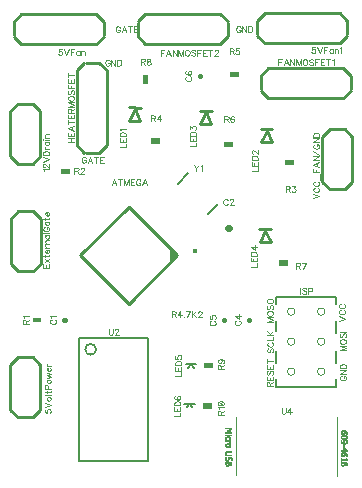
<source format=gbr>
G04 DipTrace 3.3.1.3*
G04 TopSilk.gbr*
%MOIN*%
G04 #@! TF.FileFunction,Legend,Top*
G04 #@! TF.Part,Single*
%ADD10C,0.009843*%
%ADD13C,0.001312*%
%ADD21C,0.016557*%
%ADD22C,0.006*%
%ADD24C,0.016*%
%ADD26C,0.022*%
%ADD28C,0.000013*%
%ADD29C,0.005*%
%ADD32C,0.008*%
%ADD35C,0.003937*%
%ADD69C,0.003088*%
%FSLAX26Y26*%
G04*
G70*
G90*
G75*
G01*
G04 TopSilk*
%LPD*%
X416641Y1608336D2*
D10*
Y1458336D1*
X441641Y1433336D1*
X491641D1*
X516641Y1458336D2*
X491641Y1433336D1*
X516641Y1608336D2*
Y1458336D1*
X491641Y1633336D2*
X516641Y1608336D1*
X441641Y1633336D2*
X491641D1*
X441641D2*
X416641Y1608336D1*
X427976Y1861722D2*
Y1901722D1*
X727976Y1861722D2*
Y1901722D1*
X452876Y1931722D2*
X703076D1*
X452876Y1831722D2*
X703076D1*
X427976Y1856722D2*
X452876Y1831722D1*
X427976Y1906722D2*
X452876Y1931722D1*
X703076D2*
X727976Y1906722D1*
X703076Y1831722D2*
X727976Y1856722D1*
X516504Y613642D2*
Y763642D1*
X491504Y788642D1*
X441504D1*
X416504Y763642D2*
X441504Y788642D1*
X416504Y613642D2*
Y763642D1*
X441504Y588642D2*
X416504Y613642D1*
X491504Y588642D2*
X441504D1*
X491504D2*
X516504Y613642D1*
X973307Y1128497D2*
X811858Y967043D1*
X650409Y1128497D1*
X811858Y1289951D1*
X973307Y1128497D1*
D21*
X1031842Y1142996D3*
G36*
X973307Y1128497D2*
X951050Y1150731D1*
Y1106218D1*
X973307Y1128497D1*
G37*
X597251Y912342D2*
D24*
X599655D1*
X1143431Y1217405D2*
D26*
X1145127Y1219100D1*
X1213978Y913619D2*
D24*
X1211574D1*
X1131034Y911397D2*
X1128631D1*
X1047908Y1726228D2*
X1050311D1*
X1239764Y1864823D2*
D10*
Y1904823D1*
X1539764Y1864823D2*
Y1904823D1*
X1264664Y1934823D2*
X1514864D1*
X1264664Y1834823D2*
X1514864D1*
X1239764Y1859823D2*
X1264664Y1834823D1*
X1239764Y1909823D2*
X1264664Y1934823D1*
X1514864D2*
X1539764Y1909823D1*
X1514864Y1834823D2*
X1539764Y1859823D1*
X1141452Y1903432D2*
Y1863432D1*
X841452Y1903432D2*
Y1863432D1*
X1116552Y1833432D2*
X866352D1*
X1116552Y1933432D2*
X866352D1*
X1141452Y1908432D2*
X1116552Y1933432D1*
X1141452Y1858432D2*
X1116552Y1833432D1*
X866352D2*
X841452Y1858432D1*
X866352Y1933432D2*
X841452Y1908432D1*
X1552691Y1722241D2*
Y1682241D1*
X1252691Y1722241D2*
Y1682241D1*
X1527791Y1652241D2*
X1277591D1*
X1527791Y1752241D2*
X1277591D1*
X1552691Y1727241D2*
X1527791Y1752241D1*
X1552691Y1677241D2*
X1527791Y1652241D1*
X1277591D2*
X1252691Y1677241D1*
X1277591Y1752241D2*
X1252691Y1727241D1*
X669204Y1770235D2*
X709204D1*
X669204Y1470235D2*
X709204D1*
X739204Y1745335D2*
Y1495135D1*
X639204Y1745335D2*
Y1495135D1*
X664204Y1770235D2*
X639204Y1745335D1*
X714204Y1770235D2*
X739204Y1745335D1*
Y1495135D2*
X714204Y1470235D1*
X639204Y1495135D2*
X664204Y1470235D1*
X1340697Y940176D2*
D28*
G02X1340697Y940176I12594J0D01*
G01*
Y840186D2*
G02X1340697Y840186I12594J0D01*
G01*
Y740196D2*
G02X1340697Y740196I12594J0D01*
G01*
X1440704D2*
G02X1440704Y740196I12594J0D01*
G01*
Y840186D2*
G02X1440704Y840186I12594J0D01*
G01*
Y940176D2*
G02X1440704Y940176I12594J0D01*
G01*
X1503302Y910176D2*
D29*
Y870186D1*
Y810186D2*
Y770196D1*
X1303287Y910176D2*
Y875196D1*
Y810186D2*
Y770196D1*
X1503302Y965196D2*
Y990186D1*
X1303287D1*
Y965196D1*
X1503302Y715176D2*
Y690186D1*
X1503984D2*
X1303970D1*
X1303287D2*
Y715176D1*
G36*
X1179421Y1721372D2*
X1149405D1*
Y1739349D1*
X1179421D1*
Y1721372D1*
G37*
X812609Y1620888D2*
D10*
X851240Y1620669D1*
X851030Y1576737D2*
X814306D1*
X832349Y1614515D1*
X851030Y1576737D1*
X1252197Y1549932D2*
X1290828Y1549713D1*
X1290618Y1505782D2*
X1253894D1*
X1271937Y1543560D1*
X1290618Y1505782D1*
X1049375Y1610473D2*
X1088006Y1610254D1*
X1087795Y1566323D2*
X1051071D1*
X1069114Y1604101D1*
X1087795Y1566323D1*
X1247234Y1215830D2*
X1285865Y1215611D1*
X1285655Y1171679D2*
X1248931D1*
X1266974Y1209458D1*
X1285655Y1171679D1*
X1037772Y765952D2*
D32*
X1019662D1*
X1001552D2*
X1019662D1*
X1028866Y753746D1*
X1018662Y765345D2*
X1011063Y753746D1*
X1032676Y633608D2*
X1014566D1*
X996456D2*
X1014566D1*
X1023770Y621402D1*
X1013566Y633002D2*
X1005967Y621402D1*
G36*
X521047Y904382D2*
X493033D1*
Y920365D1*
X521047D1*
Y904382D1*
G37*
G36*
X615854Y1398886D2*
X585838D1*
Y1416864D1*
X615854D1*
Y1398886D1*
G37*
G36*
X1333560Y1445816D2*
X1363577D1*
Y1427838D1*
X1333560D1*
Y1445816D1*
G37*
G36*
X916371Y1500020D2*
X886355D1*
Y1517997D1*
X916371D1*
Y1500020D1*
G37*
G36*
X1158843Y1489270D2*
X1128827D1*
Y1507248D1*
X1158843D1*
Y1489270D1*
G37*
G36*
X1344208Y1093906D2*
X1314192D1*
Y1111883D1*
X1344208D1*
Y1093906D1*
G37*
G36*
X877774Y1730399D2*
X859796D1*
Y1700382D1*
X877774D1*
Y1730399D1*
G37*
G36*
X1091382Y751461D2*
X1061382D1*
Y769451D1*
X1091382D1*
Y751461D1*
G37*
G36*
X1090863Y616484D2*
X1060863D1*
Y634475D1*
X1090863D1*
Y616484D1*
G37*
X876820Y853162D2*
D22*
Y443713D1*
X646477D1*
Y853162D1*
X876820D1*
X666776Y814776D2*
G02X666776Y814776I18104J0D01*
G01*
X1170587Y590670D2*
D35*
Y394780D1*
X1506775Y588969D2*
Y393102D1*
X1557031Y1372793D2*
D10*
Y1522793D1*
X1532031Y1547793D1*
X1482031D1*
X1457031Y1522793D2*
X1482031Y1547793D1*
X1457031Y1372793D2*
Y1522793D1*
X1482031Y1347793D2*
X1457031Y1372793D1*
X1532031Y1347793D2*
X1482031D1*
X1532031D2*
X1557031Y1372793D1*
X1111114Y1300688D2*
D32*
X1074924Y1264499D1*
X974703Y1364720D2*
X1010893Y1400909D1*
X519140Y1100085D2*
D10*
Y1250085D1*
X494140Y1275085D1*
X444140D1*
X419140Y1250085D2*
X444140Y1275085D1*
X419140Y1100085D2*
Y1250085D1*
X444140Y1075085D2*
X419140Y1100085D1*
X494140Y1075085D2*
X444140D1*
X494140D2*
X519140Y1100085D1*
X1133633Y552831D2*
D13*
X1153974D1*
X1133633Y552175D2*
X1153974D1*
X1133633Y551518D2*
X1153972D1*
X1133633Y550862D2*
X1153944D1*
X1151347Y550206D2*
X1153874D1*
X1150012Y549550D2*
X1153543D1*
X1148616Y548894D2*
X1152759D1*
X1147146Y548238D2*
X1151753D1*
X1145663Y547581D2*
X1150565D1*
X1144219Y546925D2*
X1149233D1*
X1142813Y546269D2*
X1147793D1*
X1141537Y545613D2*
X1146372D1*
X1140561Y544957D2*
X1145151D1*
X1139821Y544301D2*
X1144224D1*
X1140070Y543644D2*
X1143476D1*
X1140903Y542988D2*
X1144890D1*
X1142042Y542332D2*
X1146365D1*
X1143366Y541676D2*
X1147849D1*
X1144748Y541020D2*
X1149295D1*
X1146179Y540364D2*
X1150700D1*
X1147666Y539707D2*
X1151979D1*
X1149156Y539051D2*
X1153081D1*
X1150596Y538395D2*
X1153611D1*
X1133633Y537739D2*
X1153805D1*
X1133633Y537083D2*
X1153905D1*
X1133633Y536427D2*
X1153948D1*
X1133633Y535770D2*
X1153965D1*
X1133633Y535114D2*
X1153974D1*
X1133633Y530521D2*
X1148725D1*
X1152006D2*
X1153974D1*
X1133633Y529865D2*
X1148725D1*
X1152006D2*
X1153974D1*
X1133633Y529209D2*
X1148725D1*
X1152006D2*
X1153974D1*
X1133633Y528553D2*
X1148725D1*
X1152006D2*
X1153974D1*
X1139539Y525272D2*
X1143476D1*
X1137875Y524615D2*
X1144962D1*
X1136514Y523959D2*
X1146188D1*
X1135488Y523303D2*
X1147136D1*
X1134773Y522647D2*
X1140582D1*
X1142433D2*
X1147855D1*
X1134279Y521991D2*
X1138777D1*
X1144238D2*
X1148392D1*
X1133933Y521335D2*
X1137485D1*
X1145527D2*
X1148795D1*
X1133671Y520678D2*
X1136595D1*
X1146515D2*
X1149080D1*
X1133427Y520022D2*
X1135983D1*
X1146952D2*
X1149244D1*
X1133222Y519366D2*
X1135552D1*
X1147206D2*
X1149324D1*
X1133095Y518710D2*
X1135217D1*
X1147328D2*
X1149359D1*
X1133052Y518054D2*
X1135179D1*
X1147380D2*
X1149373D1*
X1133106Y517398D2*
X1135266D1*
X1147398D2*
X1149376D1*
X1133253Y516741D2*
X1135404D1*
X1147383D2*
X1149355D1*
X1133440Y516085D2*
X1135528D1*
X1147302D2*
X1149269D1*
X1133637Y515429D2*
X1135668D1*
X1147146D2*
X1149087D1*
X1133860Y514773D2*
X1135857D1*
X1146976D2*
X1148816D1*
X1134084Y514117D2*
X1136063D1*
X1146852D2*
X1148467D1*
X1134289Y513461D2*
X1136258D1*
X1146757D2*
X1148069D1*
X1133633Y510836D2*
X1148725D1*
X1133633Y510180D2*
X1148644D1*
X1133633Y509524D2*
X1148464D1*
X1133633Y508867D2*
X1147697D1*
X1145340Y508211D2*
X1146757D1*
X1145808Y507555D2*
X1147309D1*
X1146185Y506899D2*
X1147777D1*
X1146460Y506243D2*
X1148154D1*
X1146621Y505587D2*
X1148429D1*
X1146700Y504930D2*
X1148589D1*
X1146735Y504274D2*
X1148668D1*
X1146749Y503618D2*
X1148704D1*
X1146757Y502962D2*
X1148725D1*
X1139539Y501650D2*
X1143476D1*
X1137875Y500993D2*
X1144962D1*
X1136514Y500337D2*
X1146190D1*
X1135488Y499681D2*
X1147159D1*
X1134770Y499025D2*
X1140483D1*
X1142433D2*
X1147939D1*
X1134256Y498369D2*
X1138538D1*
X1144238D2*
X1148549D1*
X1133850Y497713D2*
X1137160D1*
X1145527D2*
X1149031D1*
X1133513Y497056D2*
X1136172D1*
X1146515D2*
X1149211D1*
X1133259Y496400D2*
X1135776D1*
X1146952D2*
X1149309D1*
X1133110Y495744D2*
X1135478D1*
X1147206D2*
X1149353D1*
X1133058Y495088D2*
X1135257D1*
X1147326D2*
X1149371D1*
X1133108Y494432D2*
X1135322D1*
X1147352D2*
X1149375D1*
X1133254Y493776D2*
X1135459D1*
X1147264D2*
X1149354D1*
X1133440Y493119D2*
X1135627D1*
X1147069D2*
X1149269D1*
X1133639Y492463D2*
X1136118D1*
X1146506D2*
X1149087D1*
X1133884Y491807D2*
X1138171D1*
X1144665D2*
X1148809D1*
X1134215Y491151D2*
X1141667D1*
X1141546D2*
X1148426D1*
X1134722Y490495D2*
X1147900D1*
X1135538Y489839D2*
X1147164D1*
X1136753Y489182D2*
X1146075D1*
X1138367Y488526D2*
X1144565D1*
X1140195Y487870D2*
X1142820D1*
X1137570Y475403D2*
X1153974D1*
X1136611Y474747D2*
X1153974D1*
X1135769Y474091D2*
X1153974D1*
X1135043Y473434D2*
X1153974D1*
X1134451Y472778D2*
X1138358D1*
X1134022Y472122D2*
X1137344D1*
X1133710Y471466D2*
X1136574D1*
X1133443Y470810D2*
X1136055D1*
X1133228Y470154D2*
X1135704D1*
X1133095Y469497D2*
X1135424D1*
X1133027Y468841D2*
X1135225D1*
X1132999Y468185D2*
X1135118D1*
X1133010Y467529D2*
X1135251D1*
X1133089Y466873D2*
X1135425D1*
X1133247Y466217D2*
X1135644D1*
X1133440Y465560D2*
X1135933D1*
X1133664Y464904D2*
X1136676D1*
X1133991Y464248D2*
X1137780D1*
X1134458Y463592D2*
X1139236D1*
X1135069Y462936D2*
X1153974D1*
X1135886Y462280D2*
X1153974D1*
X1136974Y461623D2*
X1153974D1*
X1138226Y460967D2*
X1153974D1*
X1134289Y457030D2*
X1137570D1*
X1146757D2*
X1150694D1*
X1134188Y456374D2*
X1137163D1*
X1145902D2*
X1151650D1*
X1134023Y455718D2*
X1136789D1*
X1145243D2*
X1152472D1*
X1133830Y455062D2*
X1136440D1*
X1144747D2*
X1153137D1*
X1133631Y454406D2*
X1136123D1*
X1144346D2*
X1148223D1*
X1149906D2*
X1153653D1*
X1133413Y453749D2*
X1135854D1*
X1144009D2*
X1147270D1*
X1150920D2*
X1154048D1*
X1133217Y453093D2*
X1135622D1*
X1143732D2*
X1146577D1*
X1151687D2*
X1154330D1*
X1133091Y452437D2*
X1135392D1*
X1143497D2*
X1146091D1*
X1152269D2*
X1154493D1*
X1133026Y451781D2*
X1135214D1*
X1143264D2*
X1145767D1*
X1152472D2*
X1154573D1*
X1132999Y451125D2*
X1135116D1*
X1143060D2*
X1145565D1*
X1152582D2*
X1154608D1*
X1133010Y450469D2*
X1135248D1*
X1142909D2*
X1145396D1*
X1152631D2*
X1154622D1*
X1133089Y449812D2*
X1135399D1*
X1142757D2*
X1145199D1*
X1152651D2*
X1154628D1*
X1133247Y449156D2*
X1135532D1*
X1142544D2*
X1144993D1*
X1152655D2*
X1154630D1*
X1133438Y448500D2*
X1135670D1*
X1142244D2*
X1144789D1*
X1152635D2*
X1154628D1*
X1133638Y447844D2*
X1136063D1*
X1141868D2*
X1144566D1*
X1152550D2*
X1154605D1*
X1133882Y447188D2*
X1137307D1*
X1140884D2*
X1144344D1*
X1152370D2*
X1154521D1*
X1134190Y446532D2*
X1139205D1*
X1139393D2*
X1144109D1*
X1152118D2*
X1154364D1*
X1134607Y445875D2*
X1143777D1*
X1151840D2*
X1154194D1*
X1135208Y445219D2*
X1143313D1*
X1151581D2*
X1154070D1*
X1136007Y444563D2*
X1142757D1*
X1151350D2*
X1153974D1*
X1136914Y443907D2*
X1142163D1*
X1133633Y439970D2*
X1153974D1*
X1133633Y439314D2*
X1153974D1*
X1133633Y438657D2*
X1153974D1*
X1133633Y438001D2*
X1153974D1*
X1133633Y437345D2*
X1153974D1*
X1133633Y436689D2*
X1135602D1*
X1143476D2*
X1145444D1*
X1152006D2*
X1153974D1*
X1133633Y436033D2*
X1135602D1*
X1143476D2*
X1145444D1*
X1152006D2*
X1153974D1*
X1133633Y435377D2*
X1135604D1*
X1143476D2*
X1145447D1*
X1152006D2*
X1153974D1*
X1133633Y434720D2*
X1135627D1*
X1143476D2*
X1145470D1*
X1152006D2*
X1153974D1*
X1133636Y434064D2*
X1135711D1*
X1143476D2*
X1145554D1*
X1152006D2*
X1153974D1*
X1133659Y433408D2*
X1135868D1*
X1143476D2*
X1145713D1*
X1152003D2*
X1153974D1*
X1133742Y432752D2*
X1136039D1*
X1143473D2*
X1145907D1*
X1151978D2*
X1153974D1*
X1133902Y432096D2*
X1136179D1*
X1143448D2*
X1146141D1*
X1151916D2*
X1153972D1*
X1134094Y431440D2*
X1136365D1*
X1143386D2*
X1146451D1*
X1151623D2*
X1153949D1*
X1134294Y430783D2*
X1136650D1*
X1143072D2*
X1147406D1*
X1150685D2*
X1153863D1*
X1134538Y430127D2*
X1137823D1*
X1141906D2*
X1148881D1*
X1149219D2*
X1153680D1*
X1134843Y429471D2*
X1139747D1*
X1139985D2*
X1153402D1*
X1135238Y428815D2*
X1144786D1*
X1146100D2*
X1153023D1*
X1135763Y428159D2*
X1144104D1*
X1146757D2*
X1152540D1*
X1136443Y427503D2*
X1143347D1*
X1147413D2*
X1152006D1*
X1137288Y426846D2*
X1142466D1*
X1138226Y426190D2*
X1141507D1*
X1523655Y544379D2*
X1532186D1*
X1522169Y543723D2*
X1533697D1*
X1520943Y543067D2*
X1535007D1*
X1519998Y542411D2*
X1536112D1*
X1519299Y541755D2*
X1524471D1*
X1529006D2*
X1530113D1*
X1532029D2*
X1536999D1*
X1518823Y541099D2*
X1522907D1*
X1529169D2*
X1530581D1*
X1533613D2*
X1537653D1*
X1518493Y540442D2*
X1521728D1*
X1529339D2*
X1530958D1*
X1534855D2*
X1538140D1*
X1518220Y539786D2*
X1520929D1*
X1529454D2*
X1531233D1*
X1535753D2*
X1538536D1*
X1518002Y539130D2*
X1520338D1*
X1529515D2*
X1531393D1*
X1536380D2*
X1538869D1*
X1517871Y538474D2*
X1520076D1*
X1529540D2*
X1531473D1*
X1536823D2*
X1539122D1*
X1517826Y537818D2*
X1520116D1*
X1529528D2*
X1531507D1*
X1537124D2*
X1539273D1*
X1517881Y537162D2*
X1520240D1*
X1529444D2*
X1531519D1*
X1537294D2*
X1539349D1*
X1518049Y536505D2*
X1520402D1*
X1529288D2*
X1531501D1*
X1537376D2*
X1539382D1*
X1518299Y535849D2*
X1520850D1*
X1528858D2*
X1531417D1*
X1537410D2*
X1539396D1*
X1518597Y535193D2*
X1522446D1*
X1527356D2*
X1531234D1*
X1537399D2*
X1539401D1*
X1518958Y534537D2*
X1525031D1*
X1524845D2*
X1530955D1*
X1537303D2*
X1539402D1*
X1519458Y533881D2*
X1530546D1*
X1537081D2*
X1539403D1*
X1520197Y533225D2*
X1529916D1*
X1536779D2*
X1539403D1*
X1521252Y532568D2*
X1528974D1*
X1522671Y531912D2*
X1527710D1*
X1524312Y531256D2*
X1526280D1*
X1523655Y528631D2*
X1534154D1*
X1522169Y527975D2*
X1535638D1*
X1520943Y527319D2*
X1536843D1*
X1519998Y526663D2*
X1537728D1*
X1519299Y526007D2*
X1524701D1*
X1532554D2*
X1538350D1*
X1518823Y525351D2*
X1522917D1*
X1534498D2*
X1538792D1*
X1518493Y524694D2*
X1521687D1*
X1535874D2*
X1539092D1*
X1518220Y524038D2*
X1520789D1*
X1536854D2*
X1539262D1*
X1518005Y523382D2*
X1520376D1*
X1537158D2*
X1539345D1*
X1517894Y522726D2*
X1520071D1*
X1537317D2*
X1539381D1*
X1517909Y522070D2*
X1520138D1*
X1537360D2*
X1539393D1*
X1518039Y521413D2*
X1520353D1*
X1537326D2*
X1539375D1*
X1518220Y520757D2*
X1520675D1*
X1536990D2*
X1539291D1*
X1518439Y520101D2*
X1521561D1*
X1536086D2*
X1539108D1*
X1518767Y519445D2*
X1522944D1*
X1534816D2*
X1538829D1*
X1519257Y518789D2*
X1524826D1*
X1533238D2*
X1538420D1*
X1519952Y518133D2*
X1537790D1*
X1520931Y517476D2*
X1536848D1*
X1522214Y516820D2*
X1535584D1*
X1523655Y516164D2*
X1534154D1*
X1531529Y513539D2*
X1532842D1*
X1529965Y512883D2*
X1534631D1*
X1528746Y512227D2*
X1536045D1*
X1518406Y511571D2*
X1520375D1*
X1527829D2*
X1537089D1*
X1518103Y510915D2*
X1520273D1*
X1527153D2*
X1537850D1*
X1517915Y510259D2*
X1520113D1*
X1526688D2*
X1529588D1*
X1535233D2*
X1538404D1*
X1517822Y509602D2*
X1519966D1*
X1526364D2*
X1529039D1*
X1536085D2*
X1538814D1*
X1517803Y508946D2*
X1519935D1*
X1526093D2*
X1528627D1*
X1536682D2*
X1539100D1*
X1517869Y508290D2*
X1520034D1*
X1525878D2*
X1528324D1*
X1537129D2*
X1539265D1*
X1518022Y507634D2*
X1520200D1*
X1525768D2*
X1528083D1*
X1537284D2*
X1539346D1*
X1518211Y506978D2*
X1520412D1*
X1525783D2*
X1527894D1*
X1537346D2*
X1539381D1*
X1518411Y506322D2*
X1520735D1*
X1525913D2*
X1527962D1*
X1537296D2*
X1539393D1*
X1518655Y505665D2*
X1521203D1*
X1526091D2*
X1528076D1*
X1537100D2*
X1539375D1*
X1518960Y505009D2*
X1521843D1*
X1526282D2*
X1528204D1*
X1536792D2*
X1539291D1*
X1519355Y504353D2*
X1522809D1*
X1526474D2*
X1528371D1*
X1536030D2*
X1539106D1*
X1519880Y503697D2*
X1524342D1*
X1526633D2*
X1529103D1*
X1534038D2*
X1538806D1*
X1520571Y503041D2*
X1526475D1*
X1526497D2*
X1531107D1*
X1538336D1*
X1521484Y502385D2*
X1537633D1*
X1522662Y501728D2*
X1536684D1*
X1524081Y501072D2*
X1535491D1*
X1525624Y500416D2*
X1534154D1*
X1526280Y497135D2*
X1528249D1*
X1526280Y496479D2*
X1528249D1*
X1526280Y495823D2*
X1528249D1*
X1526280Y495167D2*
X1528249D1*
X1526280Y494511D2*
X1528249D1*
X1526280Y493854D2*
X1528249D1*
X1526280Y493198D2*
X1528249D1*
X1526280Y492542D2*
X1528249D1*
X1526280Y491886D2*
X1528249D1*
X1526280Y491230D2*
X1528249D1*
X1526280Y490574D2*
X1528249D1*
X1526280Y489917D2*
X1528249D1*
X1525624Y487293D2*
X1528905D1*
X1525624Y486637D2*
X1529586D1*
X1525624Y485980D2*
X1530326D1*
X1525624Y485324D2*
X1531140D1*
X1525624Y484668D2*
X1527592D1*
X1529561D2*
X1531964D1*
X1525624Y484012D2*
X1527592D1*
X1530217D2*
X1532735D1*
X1525624Y483356D2*
X1527592D1*
X1530873D2*
X1533452D1*
X1525624Y482700D2*
X1527592D1*
X1531529D2*
X1534136D1*
X1525624Y482043D2*
X1527592D1*
X1532188D2*
X1534803D1*
X1525624Y481387D2*
X1527592D1*
X1532867D2*
X1535467D1*
X1525624Y480731D2*
X1527592D1*
X1533607D2*
X1536145D1*
X1525624Y480075D2*
X1527592D1*
X1534421D2*
X1536860D1*
X1525624Y479419D2*
X1527592D1*
X1535247D2*
X1537564D1*
X1525624Y478763D2*
X1527592D1*
X1536027D2*
X1538122D1*
X1518406Y478106D2*
X1538523D1*
X1518406Y477450D2*
X1538642D1*
X1518406Y476794D2*
X1538707D1*
X1518406Y476138D2*
X1538747D1*
X1525624Y475482D2*
X1527592D1*
X1525624Y474826D2*
X1527592D1*
X1525624Y474169D2*
X1527592D1*
X1525624Y473513D2*
X1527592D1*
X1523655Y470889D2*
X1532186D1*
X1522169Y470232D2*
X1533697D1*
X1520943Y469576D2*
X1535007D1*
X1519998Y468920D2*
X1536112D1*
X1519299Y468264D2*
X1524471D1*
X1529006D2*
X1530113D1*
X1532029D2*
X1536999D1*
X1518823Y467608D2*
X1522907D1*
X1529169D2*
X1530581D1*
X1533613D2*
X1537653D1*
X1518493Y466952D2*
X1521728D1*
X1529339D2*
X1530958D1*
X1534855D2*
X1538140D1*
X1518220Y466295D2*
X1520929D1*
X1529454D2*
X1531233D1*
X1535753D2*
X1538536D1*
X1518002Y465639D2*
X1520338D1*
X1529515D2*
X1531393D1*
X1536380D2*
X1538869D1*
X1517871Y464983D2*
X1520076D1*
X1529540D2*
X1531473D1*
X1536823D2*
X1539122D1*
X1517826Y464327D2*
X1520116D1*
X1529528D2*
X1531507D1*
X1537124D2*
X1539273D1*
X1517881Y463671D2*
X1520240D1*
X1529444D2*
X1531519D1*
X1537294D2*
X1539349D1*
X1518049Y463015D2*
X1520402D1*
X1529288D2*
X1531501D1*
X1537376D2*
X1539382D1*
X1518299Y462358D2*
X1520850D1*
X1528858D2*
X1531417D1*
X1537410D2*
X1539396D1*
X1518597Y461702D2*
X1522446D1*
X1527356D2*
X1531234D1*
X1537399D2*
X1539401D1*
X1518958Y461046D2*
X1525031D1*
X1524845D2*
X1530955D1*
X1537303D2*
X1539402D1*
X1519458Y460390D2*
X1530546D1*
X1537081D2*
X1539403D1*
X1520197Y459734D2*
X1529916D1*
X1536779D2*
X1539403D1*
X1521252Y459078D2*
X1528974D1*
X1522671Y458421D2*
X1527710D1*
X1524312Y457765D2*
X1526280D1*
X1518406Y453172D2*
X1520375D1*
X1534810D2*
X1536123D1*
X1518406Y452516D2*
X1520377D1*
X1534810D2*
X1536349D1*
X1518406Y451860D2*
X1520403D1*
X1534810D2*
X1536573D1*
X1518406Y451204D2*
X1520512D1*
X1534810D2*
X1536827D1*
X1518406Y450547D2*
X1520776D1*
X1534810D2*
X1537216D1*
X1518406Y449891D2*
X1521196D1*
X1534810D2*
X1537727D1*
X1518406Y449235D2*
X1538190D1*
X1518406Y448579D2*
X1538486D1*
X1518406Y447923D2*
X1538645D1*
X1518406Y447267D2*
X1538747D1*
X1518406Y446610D2*
X1520375D1*
X1518406Y445954D2*
X1520375D1*
X1518406Y445298D2*
X1520375D1*
X1518406Y444642D2*
X1520375D1*
X1518406Y443986D2*
X1520375D1*
X1523655Y439393D2*
X1532186D1*
X1522169Y438736D2*
X1533697D1*
X1520943Y438080D2*
X1535007D1*
X1519998Y437424D2*
X1536112D1*
X1519299Y436768D2*
X1524471D1*
X1529006D2*
X1530113D1*
X1532029D2*
X1536999D1*
X1518823Y436112D2*
X1522907D1*
X1529169D2*
X1530581D1*
X1533613D2*
X1537653D1*
X1518493Y435455D2*
X1521728D1*
X1529339D2*
X1530958D1*
X1534855D2*
X1538140D1*
X1518220Y434799D2*
X1520929D1*
X1529454D2*
X1531233D1*
X1535753D2*
X1538536D1*
X1518002Y434143D2*
X1520338D1*
X1529515D2*
X1531393D1*
X1536380D2*
X1538869D1*
X1517871Y433487D2*
X1520076D1*
X1529540D2*
X1531473D1*
X1536823D2*
X1539122D1*
X1517826Y432831D2*
X1520116D1*
X1529528D2*
X1531507D1*
X1537124D2*
X1539273D1*
X1517881Y432175D2*
X1520240D1*
X1529444D2*
X1531519D1*
X1537294D2*
X1539349D1*
X1518049Y431518D2*
X1520402D1*
X1529288D2*
X1531501D1*
X1537376D2*
X1539382D1*
X1518299Y430862D2*
X1520850D1*
X1528858D2*
X1531417D1*
X1537410D2*
X1539396D1*
X1518597Y430206D2*
X1522446D1*
X1527356D2*
X1531234D1*
X1537399D2*
X1539401D1*
X1518958Y429550D2*
X1525031D1*
X1524845D2*
X1530955D1*
X1537303D2*
X1539402D1*
X1519458Y428894D2*
X1530546D1*
X1537081D2*
X1539403D1*
X1520197Y428238D2*
X1529916D1*
X1536779D2*
X1539403D1*
X1521252Y427581D2*
X1528974D1*
X1522671Y426925D2*
X1527710D1*
X1524312Y426269D2*
X1526280D1*
X1133633Y552831D2*
Y552175D1*
Y551518D1*
Y550862D1*
X1153974Y552831D2*
Y552175D1*
X1153972Y551518D1*
X1153944Y550862D1*
X1153874Y550206D1*
X1153543Y549550D1*
X1152759Y548894D1*
X1151753Y548238D1*
X1150565Y547581D1*
X1149233Y546925D1*
X1147793Y546269D1*
X1146372Y545613D1*
X1145151Y544957D1*
X1144224Y544301D1*
X1143476Y543644D1*
X1144890Y542988D1*
X1146365Y542332D1*
X1147849Y541676D1*
X1149295Y541020D1*
X1150700Y540364D1*
X1151979Y539707D1*
X1153081Y539051D1*
X1153611Y538395D1*
X1153805Y537739D1*
X1153905Y537083D1*
X1153948Y536427D1*
X1153965Y535770D1*
X1153974Y535114D1*
X1152662Y550862D2*
X1151347Y550206D1*
X1150012Y549550D1*
X1148616Y548894D1*
X1147146Y548238D1*
X1145663Y547581D1*
X1144219Y546925D1*
X1142813Y546269D1*
X1141537Y545613D1*
X1140561Y544957D1*
X1139821Y544301D1*
X1140070Y543644D1*
X1140903Y542988D1*
X1142042Y542332D1*
X1143366Y541676D1*
X1144748Y541020D1*
X1146179Y540364D1*
X1147666Y539707D1*
X1149156Y539051D1*
X1150596Y538395D1*
X1152006Y537739D1*
X1133633D2*
Y537083D1*
Y536427D1*
Y535770D1*
Y535114D1*
Y530521D2*
Y529865D1*
Y529209D1*
Y528553D1*
X1148725Y530521D2*
Y529865D1*
Y529209D1*
Y528553D1*
X1152006Y530521D2*
Y529865D1*
Y529209D1*
Y528553D1*
X1153974Y530521D2*
Y529865D1*
Y529209D1*
Y528553D1*
X1139539Y525272D2*
X1137875Y524615D1*
X1136514Y523959D1*
X1135488Y523303D1*
X1134773Y522647D1*
X1134279Y521991D1*
X1133933Y521335D1*
X1133671Y520678D1*
X1133427Y520022D1*
X1133222Y519366D1*
X1133095Y518710D1*
X1133052Y518054D1*
X1133106Y517398D1*
X1133253Y516741D1*
X1133440Y516085D1*
X1133637Y515429D1*
X1133860Y514773D1*
X1134084Y514117D1*
X1134289Y513461D1*
X1143476Y525272D2*
X1144962Y524615D1*
X1146188Y523959D1*
X1147136Y523303D1*
X1147855Y522647D1*
X1148392Y521991D1*
X1148795Y521335D1*
X1149080Y520678D1*
X1149244Y520022D1*
X1149324Y519366D1*
X1149359Y518710D1*
X1149373Y518054D1*
X1149376Y517398D1*
X1149355Y516741D1*
X1149269Y516085D1*
X1149087Y515429D1*
X1148816Y514773D1*
X1148467Y514117D1*
X1148069Y513461D1*
X1142820Y523303D2*
X1140582Y522647D1*
X1138777Y521991D1*
X1137485Y521335D1*
X1136595Y520678D1*
X1135983Y520022D1*
X1135552Y519366D1*
X1135217Y518710D1*
X1135179Y518054D1*
X1135266Y517398D1*
X1135404Y516741D1*
X1135528Y516085D1*
X1135668Y515429D1*
X1135857Y514773D1*
X1136063Y514117D1*
X1136258Y513461D1*
X1140195Y523303D2*
X1142433Y522647D1*
X1144238Y521991D1*
X1145527Y521335D1*
X1146515Y520678D1*
X1146952Y520022D1*
X1147206Y519366D1*
X1147328Y518710D1*
X1147380Y518054D1*
X1147398Y517398D1*
X1147383Y516741D1*
X1147302Y516085D1*
X1147146Y515429D1*
X1146976Y514773D1*
X1146852Y514117D1*
X1146757Y513461D1*
X1133633Y510836D2*
Y510180D1*
Y509524D1*
Y508867D1*
X1148725Y510836D2*
X1148644Y510180D1*
X1148464Y509524D1*
X1147697Y508867D1*
X1146757Y508211D1*
X1147309Y507555D1*
X1147777Y506899D1*
X1148154Y506243D1*
X1148429Y505587D1*
X1148589Y504930D1*
X1148668Y504274D1*
X1148704Y503618D1*
X1148725Y502962D1*
X1144788Y508867D2*
X1145340Y508211D1*
X1145808Y507555D1*
X1146185Y506899D1*
X1146460Y506243D1*
X1146621Y505587D1*
X1146700Y504930D1*
X1146735Y504274D1*
X1146749Y503618D1*
X1146757Y502962D1*
X1139539Y501650D2*
X1137875Y500993D1*
X1136514Y500337D1*
X1135488Y499681D1*
X1134770Y499025D1*
X1134256Y498369D1*
X1133850Y497713D1*
X1133513Y497056D1*
X1133259Y496400D1*
X1133110Y495744D1*
X1133058Y495088D1*
X1133108Y494432D1*
X1133254Y493776D1*
X1133440Y493119D1*
X1133639Y492463D1*
X1133884Y491807D1*
X1134215Y491151D1*
X1134722Y490495D1*
X1135538Y489839D1*
X1136753Y489182D1*
X1138367Y488526D1*
X1140195Y487870D1*
X1143476Y501650D2*
X1144962Y500993D1*
X1146190Y500337D1*
X1147159Y499681D1*
X1147939Y499025D1*
X1148549Y498369D1*
X1149031Y497713D1*
X1149211Y497056D1*
X1149309Y496400D1*
X1149353Y495744D1*
X1149371Y495088D1*
X1149375Y494432D1*
X1149354Y493776D1*
X1149269Y493119D1*
X1149087Y492463D1*
X1148809Y491807D1*
X1148426Y491151D1*
X1147900Y490495D1*
X1147164Y489839D1*
X1146075Y489182D1*
X1144565Y488526D1*
X1142820Y487870D1*
Y499681D2*
X1140483Y499025D1*
X1138538Y498369D1*
X1137160Y497713D1*
X1136172Y497056D1*
X1135776Y496400D1*
X1135478Y495744D1*
X1135257Y495088D1*
X1135322Y494432D1*
X1135459Y493776D1*
X1135627Y493119D1*
X1136118Y492463D1*
X1138171Y491807D1*
X1141667Y491151D1*
X1146100Y490495D1*
X1140195Y499681D2*
X1142433Y499025D1*
X1144238Y498369D1*
X1145527Y497713D1*
X1146515Y497056D1*
X1146952Y496400D1*
X1147206Y495744D1*
X1147326Y495088D1*
X1147352Y494432D1*
X1147264Y493776D1*
X1147069Y493119D1*
X1146506Y492463D1*
X1144665Y491807D1*
X1141546Y491151D1*
X1137570Y490495D1*
Y475403D2*
X1136611Y474747D1*
X1135769Y474091D1*
X1135043Y473434D1*
X1134451Y472778D1*
X1134022Y472122D1*
X1133710Y471466D1*
X1133443Y470810D1*
X1133228Y470154D1*
X1133095Y469497D1*
X1133027Y468841D1*
X1132999Y468185D1*
X1133010Y467529D1*
X1133089Y466873D1*
X1133247Y466217D1*
X1133440Y465560D1*
X1133664Y464904D1*
X1133991Y464248D1*
X1134458Y463592D1*
X1135069Y462936D1*
X1135886Y462280D1*
X1136974Y461623D1*
X1138226Y460967D1*
X1153974Y475403D2*
Y474747D1*
Y474091D1*
Y473434D1*
X1139539D2*
X1138358Y472778D1*
X1137344Y472122D1*
X1136574Y471466D1*
X1136055Y470810D1*
X1135704Y470154D1*
X1135424Y469497D1*
X1135225Y468841D1*
X1135118Y468185D1*
X1135251Y467529D1*
X1135425Y466873D1*
X1135644Y466217D1*
X1135933Y465560D1*
X1136676Y464904D1*
X1137780Y464248D1*
X1139236Y463592D1*
X1140851Y462936D1*
X1153974D2*
Y462280D1*
Y461623D1*
Y460967D1*
X1134289Y457030D2*
X1134188Y456374D1*
X1134023Y455718D1*
X1133830Y455062D1*
X1133631Y454406D1*
X1133413Y453749D1*
X1133217Y453093D1*
X1133091Y452437D1*
X1133026Y451781D1*
X1132999Y451125D1*
X1133010Y450469D1*
X1133089Y449812D1*
X1133247Y449156D1*
X1133438Y448500D1*
X1133638Y447844D1*
X1133882Y447188D1*
X1134190Y446532D1*
X1134607Y445875D1*
X1135208Y445219D1*
X1136007Y444563D1*
X1136914Y443907D1*
X1137570Y457030D2*
X1137163Y456374D1*
X1136789Y455718D1*
X1136440Y455062D1*
X1136123Y454406D1*
X1135854Y453749D1*
X1135622Y453093D1*
X1135392Y452437D1*
X1135214Y451781D1*
X1135116Y451125D1*
X1135248Y450469D1*
X1135399Y449812D1*
X1135532Y449156D1*
X1135670Y448500D1*
X1136063Y447844D1*
X1137307Y447188D1*
X1139205Y446532D1*
X1141507Y445875D1*
X1146757Y457030D2*
X1145902Y456374D1*
X1145243Y455718D1*
X1144747Y455062D1*
X1144346Y454406D1*
X1144009Y453749D1*
X1143732Y453093D1*
X1143497Y452437D1*
X1143264Y451781D1*
X1143060Y451125D1*
X1142909Y450469D1*
X1142757Y449812D1*
X1142544Y449156D1*
X1142244Y448500D1*
X1141868Y447844D1*
X1140884Y447188D1*
X1139393Y446532D1*
X1137570Y445875D1*
X1150694Y457030D2*
X1151650Y456374D1*
X1152472Y455718D1*
X1153137Y455062D1*
X1153653Y454406D1*
X1154048Y453749D1*
X1154330Y453093D1*
X1154493Y452437D1*
X1154573Y451781D1*
X1154608Y451125D1*
X1154622Y450469D1*
X1154628Y449812D1*
X1154630Y449156D1*
X1154628Y448500D1*
X1154605Y447844D1*
X1154521Y447188D1*
X1154364Y446532D1*
X1154194Y445875D1*
X1154070Y445219D1*
X1153974Y444563D1*
X1149381Y455062D2*
X1148223Y454406D1*
X1147270Y453749D1*
X1146577Y453093D1*
X1146091Y452437D1*
X1145767Y451781D1*
X1145565Y451125D1*
X1145396Y450469D1*
X1145199Y449812D1*
X1144993Y449156D1*
X1144789Y448500D1*
X1144566Y447844D1*
X1144344Y447188D1*
X1144109Y446532D1*
X1143777Y445875D1*
X1143313Y445219D1*
X1142757Y444563D1*
X1142163Y443907D1*
X1148725Y455062D2*
X1149906Y454406D1*
X1150920Y453749D1*
X1151687Y453093D1*
X1152269Y452437D1*
X1152472Y451781D1*
X1152582Y451125D1*
X1152631Y450469D1*
X1152651Y449812D1*
X1152655Y449156D1*
X1152635Y448500D1*
X1152550Y447844D1*
X1152370Y447188D1*
X1152118Y446532D1*
X1151840Y445875D1*
X1151581Y445219D1*
X1151350Y444563D1*
X1133633Y439970D2*
Y439314D1*
Y438657D1*
Y438001D1*
Y437345D1*
Y436689D1*
Y436033D1*
Y435377D1*
Y434720D1*
X1133636Y434064D1*
X1133659Y433408D1*
X1133742Y432752D1*
X1133902Y432096D1*
X1134094Y431440D1*
X1134294Y430783D1*
X1134538Y430127D1*
X1134843Y429471D1*
X1135238Y428815D1*
X1135763Y428159D1*
X1136443Y427503D1*
X1137288Y426846D1*
X1138226Y426190D1*
X1153974Y439970D2*
Y439314D1*
Y438657D1*
Y438001D1*
Y437345D1*
Y436689D1*
Y436033D1*
Y435377D1*
Y434720D1*
Y434064D1*
Y433408D1*
Y432752D1*
X1153972Y432096D1*
X1153949Y431440D1*
X1153863Y430783D1*
X1153680Y430127D1*
X1153402Y429471D1*
X1153023Y428815D1*
X1152540Y428159D1*
X1152006Y427503D1*
X1135602Y437345D2*
Y436689D1*
Y436033D1*
X1135604Y435377D1*
X1135627Y434720D1*
X1135711Y434064D1*
X1135868Y433408D1*
X1136039Y432752D1*
X1136179Y432096D1*
X1136365Y431440D1*
X1136650Y430783D1*
X1137823Y430127D1*
X1139747Y429471D1*
X1142163Y428815D1*
X1143476Y437345D2*
Y436689D1*
Y436033D1*
Y435377D1*
Y434720D1*
Y434064D1*
Y433408D1*
X1143473Y432752D1*
X1143448Y432096D1*
X1143386Y431440D1*
X1143072Y430783D1*
X1141906Y430127D1*
X1139985Y429471D1*
X1137570Y428815D1*
X1145444Y437345D2*
Y436689D1*
Y436033D1*
X1145447Y435377D1*
X1145470Y434720D1*
X1145554Y434064D1*
X1145713Y433408D1*
X1145907Y432752D1*
X1146141Y432096D1*
X1146451Y431440D1*
X1147406Y430783D1*
X1148881Y430127D1*
X1150694Y429471D1*
X1152006Y437345D2*
Y436689D1*
Y436033D1*
Y435377D1*
Y434720D1*
Y434064D1*
X1152003Y433408D1*
X1151978Y432752D1*
X1151916Y432096D1*
X1151623Y431440D1*
X1150685Y430783D1*
X1149219Y430127D1*
X1147413Y429471D1*
X1145444D2*
X1144786Y428815D1*
X1144104Y428159D1*
X1143347Y427503D1*
X1142466Y426846D1*
X1141507Y426190D1*
X1145444Y429471D2*
X1146100Y428815D1*
X1146757Y428159D1*
X1147413Y427503D1*
X1523655Y544379D2*
X1522169Y543723D1*
X1520943Y543067D1*
X1519998Y542411D1*
X1519299Y541755D1*
X1518823Y541099D1*
X1518493Y540442D1*
X1518220Y539786D1*
X1518002Y539130D1*
X1517871Y538474D1*
X1517826Y537818D1*
X1517881Y537162D1*
X1518049Y536505D1*
X1518299Y535849D1*
X1518597Y535193D1*
X1518958Y534537D1*
X1519458Y533881D1*
X1520197Y533225D1*
X1521252Y532568D1*
X1522671Y531912D1*
X1524312Y531256D1*
X1532186Y544379D2*
X1533697Y543723D1*
X1535007Y543067D1*
X1536112Y542411D1*
X1536999Y541755D1*
X1537653Y541099D1*
X1538140Y540442D1*
X1538536Y539786D1*
X1538869Y539130D1*
X1539122Y538474D1*
X1539273Y537818D1*
X1539349Y537162D1*
X1539382Y536505D1*
X1539396Y535849D1*
X1539401Y535193D1*
X1539402Y534537D1*
X1539403Y533881D1*
Y533225D1*
X1526280Y542411D2*
X1524471Y541755D1*
X1522907Y541099D1*
X1521728Y540442D1*
X1520929Y539786D1*
X1520338Y539130D1*
X1520076Y538474D1*
X1520116Y537818D1*
X1520240Y537162D1*
X1520402Y536505D1*
X1520850Y535849D1*
X1522446Y535193D1*
X1525031Y534537D1*
X1528249Y533881D1*
X1528905Y542411D2*
X1529006Y541755D1*
X1529169Y541099D1*
X1529339Y540442D1*
X1529454Y539786D1*
X1529515Y539130D1*
X1529540Y538474D1*
X1529528Y537818D1*
X1529444Y537162D1*
X1529288Y536505D1*
X1528858Y535849D1*
X1527356Y535193D1*
X1524845Y534537D1*
X1521687Y533881D1*
X1529561Y542411D2*
X1530113Y541755D1*
X1530581Y541099D1*
X1530958Y540442D1*
X1531233Y539786D1*
X1531393Y539130D1*
X1531473Y538474D1*
X1531507Y537818D1*
X1531519Y537162D1*
X1531501Y536505D1*
X1531417Y535849D1*
X1531234Y535193D1*
X1530955Y534537D1*
X1530546Y533881D1*
X1529916Y533225D1*
X1528974Y532568D1*
X1527710Y531912D1*
X1526280Y531256D1*
X1530217Y542411D2*
X1532029Y541755D1*
X1533613Y541099D1*
X1534855Y540442D1*
X1535753Y539786D1*
X1536380Y539130D1*
X1536823Y538474D1*
X1537124Y537818D1*
X1537294Y537162D1*
X1537376Y536505D1*
X1537410Y535849D1*
X1537399Y535193D1*
X1537303Y534537D1*
X1537081Y533881D1*
X1536779Y533225D1*
X1523655Y528631D2*
X1522169Y527975D1*
X1520943Y527319D1*
X1519998Y526663D1*
X1519299Y526007D1*
X1518823Y525351D1*
X1518493Y524694D1*
X1518220Y524038D1*
X1518005Y523382D1*
X1517894Y522726D1*
X1517909Y522070D1*
X1518039Y521413D1*
X1518220Y520757D1*
X1518439Y520101D1*
X1518767Y519445D1*
X1519257Y518789D1*
X1519952Y518133D1*
X1520931Y517476D1*
X1522214Y516820D1*
X1523655Y516164D1*
X1534154Y528631D2*
X1535638Y527975D1*
X1536843Y527319D1*
X1537728Y526663D1*
X1538350Y526007D1*
X1538792Y525351D1*
X1539092Y524694D1*
X1539262Y524038D1*
X1539345Y523382D1*
X1539381Y522726D1*
X1539393Y522070D1*
X1539375Y521413D1*
X1539291Y520757D1*
X1539108Y520101D1*
X1538829Y519445D1*
X1538420Y518789D1*
X1537790Y518133D1*
X1536848Y517476D1*
X1535584Y516820D1*
X1534154Y516164D1*
X1526936Y526663D2*
X1524701Y526007D1*
X1522917Y525351D1*
X1521687Y524694D1*
X1520789Y524038D1*
X1520376Y523382D1*
X1520071Y522726D1*
X1520138Y522070D1*
X1520353Y521413D1*
X1520675Y520757D1*
X1521561Y520101D1*
X1522944Y519445D1*
X1524826Y518789D1*
X1526936Y518133D1*
X1530217Y526663D2*
X1532554Y526007D1*
X1534498Y525351D1*
X1535874Y524694D1*
X1536854Y524038D1*
X1537158Y523382D1*
X1537317Y522726D1*
X1537360Y522070D1*
X1537326Y521413D1*
X1536990Y520757D1*
X1536086Y520101D1*
X1534816Y519445D1*
X1533238Y518789D1*
X1531529Y518133D1*
Y513539D2*
X1529965Y512883D1*
X1528746Y512227D1*
X1527829Y511571D1*
X1527153Y510915D1*
X1526688Y510259D1*
X1526364Y509602D1*
X1526093Y508946D1*
X1525878Y508290D1*
X1525768Y507634D1*
X1525783Y506978D1*
X1525913Y506322D1*
X1526091Y505665D1*
X1526282Y505009D1*
X1526474Y504353D1*
X1526633Y503697D1*
X1526497Y503041D1*
X1526280Y502385D1*
X1532842Y513539D2*
X1534631Y512883D1*
X1536045Y512227D1*
X1537089Y511571D1*
X1537850Y510915D1*
X1538404Y510259D1*
X1538814Y509602D1*
X1539100Y508946D1*
X1539265Y508290D1*
X1539346Y507634D1*
X1539381Y506978D1*
X1539393Y506322D1*
X1539375Y505665D1*
X1539291Y505009D1*
X1539106Y504353D1*
X1538806Y503697D1*
X1538336Y503041D1*
X1537633Y502385D1*
X1536684Y501728D1*
X1535491Y501072D1*
X1534154Y500416D1*
X1518406Y511571D2*
X1518103Y510915D1*
X1517915Y510259D1*
X1517822Y509602D1*
X1517803Y508946D1*
X1517869Y508290D1*
X1518022Y507634D1*
X1518211Y506978D1*
X1518411Y506322D1*
X1518655Y505665D1*
X1518960Y505009D1*
X1519355Y504353D1*
X1519880Y503697D1*
X1520571Y503041D1*
X1521484Y502385D1*
X1522662Y501728D1*
X1524081Y501072D1*
X1525624Y500416D1*
X1520375Y511571D2*
X1520273Y510915D1*
X1520113Y510259D1*
X1519966Y509602D1*
X1519935Y508946D1*
X1520034Y508290D1*
X1520200Y507634D1*
X1520412Y506978D1*
X1520735Y506322D1*
X1521203Y505665D1*
X1521843Y505009D1*
X1522809Y504353D1*
X1524342Y503697D1*
X1526475Y503041D1*
X1528905Y502385D1*
X1530217Y510915D2*
X1529588Y510259D1*
X1529039Y509602D1*
X1528627Y508946D1*
X1528324Y508290D1*
X1528083Y507634D1*
X1527894Y506978D1*
X1527962Y506322D1*
X1528076Y505665D1*
X1528204Y505009D1*
X1528371Y504353D1*
X1529103Y503697D1*
X1531107Y503041D1*
X1533498Y502385D1*
X1534154Y510915D2*
X1535233Y510259D1*
X1536085Y509602D1*
X1536682Y508946D1*
X1537129Y508290D1*
X1537284Y507634D1*
X1537346Y506978D1*
X1537296Y506322D1*
X1537100Y505665D1*
X1536792Y505009D1*
X1536030Y504353D1*
X1534038Y503697D1*
X1531107Y503041D1*
X1527592Y502385D1*
X1526280Y497135D2*
Y496479D1*
Y495823D1*
Y495167D1*
Y494511D1*
Y493854D1*
Y493198D1*
Y492542D1*
Y491886D1*
Y491230D1*
Y490574D1*
Y489917D1*
X1528249Y497135D2*
Y496479D1*
Y495823D1*
Y495167D1*
Y494511D1*
Y493854D1*
Y493198D1*
Y492542D1*
Y491886D1*
Y491230D1*
Y490574D1*
Y489917D1*
X1525624Y487293D2*
Y486637D1*
Y485980D1*
Y485324D1*
Y484668D1*
Y484012D1*
Y483356D1*
Y482700D1*
Y482043D1*
Y481387D1*
Y480731D1*
Y480075D1*
Y479419D1*
Y478763D1*
Y478106D1*
X1518406D1*
Y477450D1*
Y476794D1*
Y476138D1*
Y475482D1*
X1525624D1*
Y474826D1*
Y474169D1*
Y473513D1*
X1528905Y487293D2*
X1529586Y486637D1*
X1530326Y485980D1*
X1531140Y485324D1*
X1531964Y484668D1*
X1532735Y484012D1*
X1533452Y483356D1*
X1534136Y482700D1*
X1534803Y482043D1*
X1535467Y481387D1*
X1536145Y480731D1*
X1536860Y480075D1*
X1537564Y479419D1*
X1538122Y478763D1*
X1538523Y478106D1*
X1538642Y477450D1*
X1538707Y476794D1*
X1538747Y476138D1*
X1527592Y485324D2*
Y484668D1*
Y484012D1*
Y483356D1*
Y482700D1*
Y482043D1*
Y481387D1*
Y480731D1*
Y480075D1*
Y479419D1*
Y478763D1*
Y478106D1*
X1528905Y485324D2*
X1529561Y484668D1*
X1530217Y484012D1*
X1530873Y483356D1*
X1531529Y482700D1*
X1532188Y482043D1*
X1532867Y481387D1*
X1533607Y480731D1*
X1534421Y480075D1*
X1535247Y479419D1*
X1536027Y478763D1*
X1536779Y478106D1*
X1527592Y476138D2*
Y475482D1*
Y474826D1*
Y474169D1*
Y473513D1*
X1523655Y470889D2*
X1522169Y470232D1*
X1520943Y469576D1*
X1519998Y468920D1*
X1519299Y468264D1*
X1518823Y467608D1*
X1518493Y466952D1*
X1518220Y466295D1*
X1518002Y465639D1*
X1517871Y464983D1*
X1517826Y464327D1*
X1517881Y463671D1*
X1518049Y463015D1*
X1518299Y462358D1*
X1518597Y461702D1*
X1518958Y461046D1*
X1519458Y460390D1*
X1520197Y459734D1*
X1521252Y459078D1*
X1522671Y458421D1*
X1524312Y457765D1*
X1532186Y470889D2*
X1533697Y470232D1*
X1535007Y469576D1*
X1536112Y468920D1*
X1536999Y468264D1*
X1537653Y467608D1*
X1538140Y466952D1*
X1538536Y466295D1*
X1538869Y465639D1*
X1539122Y464983D1*
X1539273Y464327D1*
X1539349Y463671D1*
X1539382Y463015D1*
X1539396Y462358D1*
X1539401Y461702D1*
X1539402Y461046D1*
X1539403Y460390D1*
Y459734D1*
X1526280Y468920D2*
X1524471Y468264D1*
X1522907Y467608D1*
X1521728Y466952D1*
X1520929Y466295D1*
X1520338Y465639D1*
X1520076Y464983D1*
X1520116Y464327D1*
X1520240Y463671D1*
X1520402Y463015D1*
X1520850Y462358D1*
X1522446Y461702D1*
X1525031Y461046D1*
X1528249Y460390D1*
X1528905Y468920D2*
X1529006Y468264D1*
X1529169Y467608D1*
X1529339Y466952D1*
X1529454Y466295D1*
X1529515Y465639D1*
X1529540Y464983D1*
X1529528Y464327D1*
X1529444Y463671D1*
X1529288Y463015D1*
X1528858Y462358D1*
X1527356Y461702D1*
X1524845Y461046D1*
X1521687Y460390D1*
X1529561Y468920D2*
X1530113Y468264D1*
X1530581Y467608D1*
X1530958Y466952D1*
X1531233Y466295D1*
X1531393Y465639D1*
X1531473Y464983D1*
X1531507Y464327D1*
X1531519Y463671D1*
X1531501Y463015D1*
X1531417Y462358D1*
X1531234Y461702D1*
X1530955Y461046D1*
X1530546Y460390D1*
X1529916Y459734D1*
X1528974Y459078D1*
X1527710Y458421D1*
X1526280Y457765D1*
X1530217Y468920D2*
X1532029Y468264D1*
X1533613Y467608D1*
X1534855Y466952D1*
X1535753Y466295D1*
X1536380Y465639D1*
X1536823Y464983D1*
X1537124Y464327D1*
X1537294Y463671D1*
X1537376Y463015D1*
X1537410Y462358D1*
X1537399Y461702D1*
X1537303Y461046D1*
X1537081Y460390D1*
X1536779Y459734D1*
X1518406Y453172D2*
Y452516D1*
Y451860D1*
Y451204D1*
Y450547D1*
Y449891D1*
Y449235D1*
Y448579D1*
Y447923D1*
Y447267D1*
Y446610D1*
Y445954D1*
Y445298D1*
Y444642D1*
Y443986D1*
X1520375Y453172D2*
X1520377Y452516D1*
X1520403Y451860D1*
X1520512Y451204D1*
X1520776Y450547D1*
X1521196Y449891D1*
X1521687Y449235D1*
X1534810Y453172D2*
Y452516D1*
Y451860D1*
Y451204D1*
Y450547D1*
Y449891D1*
Y449235D1*
X1536123Y453172D2*
X1536349Y452516D1*
X1536573Y451860D1*
X1536827Y451204D1*
X1537216Y450547D1*
X1537727Y449891D1*
X1538190Y449235D1*
X1538486Y448579D1*
X1538645Y447923D1*
X1538747Y447267D1*
X1520375D2*
Y446610D1*
Y445954D1*
Y445298D1*
Y444642D1*
Y443986D1*
X1523655Y439393D2*
X1522169Y438736D1*
X1520943Y438080D1*
X1519998Y437424D1*
X1519299Y436768D1*
X1518823Y436112D1*
X1518493Y435455D1*
X1518220Y434799D1*
X1518002Y434143D1*
X1517871Y433487D1*
X1517826Y432831D1*
X1517881Y432175D1*
X1518049Y431518D1*
X1518299Y430862D1*
X1518597Y430206D1*
X1518958Y429550D1*
X1519458Y428894D1*
X1520197Y428238D1*
X1521252Y427581D1*
X1522671Y426925D1*
X1524312Y426269D1*
X1532186Y439393D2*
X1533697Y438736D1*
X1535007Y438080D1*
X1536112Y437424D1*
X1536999Y436768D1*
X1537653Y436112D1*
X1538140Y435455D1*
X1538536Y434799D1*
X1538869Y434143D1*
X1539122Y433487D1*
X1539273Y432831D1*
X1539349Y432175D1*
X1539382Y431518D1*
X1539396Y430862D1*
X1539401Y430206D1*
X1539402Y429550D1*
X1539403Y428894D1*
Y428238D1*
X1526280Y437424D2*
X1524471Y436768D1*
X1522907Y436112D1*
X1521728Y435455D1*
X1520929Y434799D1*
X1520338Y434143D1*
X1520076Y433487D1*
X1520116Y432831D1*
X1520240Y432175D1*
X1520402Y431518D1*
X1520850Y430862D1*
X1522446Y430206D1*
X1525031Y429550D1*
X1528249Y428894D1*
X1528905Y437424D2*
X1529006Y436768D1*
X1529169Y436112D1*
X1529339Y435455D1*
X1529454Y434799D1*
X1529515Y434143D1*
X1529540Y433487D1*
X1529528Y432831D1*
X1529444Y432175D1*
X1529288Y431518D1*
X1528858Y430862D1*
X1527356Y430206D1*
X1524845Y429550D1*
X1521687Y428894D1*
X1529561Y437424D2*
X1530113Y436768D1*
X1530581Y436112D1*
X1530958Y435455D1*
X1531233Y434799D1*
X1531393Y434143D1*
X1531473Y433487D1*
X1531507Y432831D1*
X1531519Y432175D1*
X1531501Y431518D1*
X1531417Y430862D1*
X1531234Y430206D1*
X1530955Y429550D1*
X1530546Y428894D1*
X1529916Y428238D1*
X1528974Y427581D1*
X1527710Y426925D1*
X1526280Y426269D1*
X1530217Y437424D2*
X1532029Y436768D1*
X1533613Y436112D1*
X1534855Y435455D1*
X1535753Y434799D1*
X1536380Y434143D1*
X1536823Y433487D1*
X1537124Y432831D1*
X1537294Y432175D1*
X1537376Y431518D1*
X1537410Y430862D1*
X1537399Y430206D1*
X1537303Y429550D1*
X1537081Y428894D1*
X1536779Y428238D1*
X530408Y1409525D2*
D69*
X529436Y1411448D1*
X526584Y1414322D1*
X546658D1*
X531359Y1421471D2*
X530409D1*
X528485Y1422421D1*
X527534Y1423372D1*
X526584Y1425295D1*
Y1429120D1*
X527534Y1431021D1*
X528485Y1431972D1*
X530409Y1432945D1*
X532310D1*
X534233Y1431972D1*
X537085Y1430071D1*
X546658Y1420498D1*
Y1433895D1*
X526562Y1440071D2*
X546658Y1447720D1*
X526562Y1455370D1*
Y1461545D2*
X546658D1*
Y1468244D1*
X545685Y1471118D1*
X543784Y1473041D1*
X541860Y1473992D1*
X539008Y1474943D1*
X534211D1*
X531337Y1473992D1*
X529436Y1473041D1*
X527512Y1471118D1*
X526562Y1468244D1*
Y1461545D1*
X533260Y1481118D2*
X546658D1*
X539008D2*
X536134Y1482091D1*
X534211Y1483992D1*
X533260Y1485916D1*
Y1488790D1*
Y1506439D2*
X546658D1*
X536134D2*
X534211Y1504538D1*
X533260Y1502615D1*
Y1499763D1*
X534211Y1497839D1*
X536134Y1495938D1*
X539008Y1494965D1*
X540910D1*
X543784Y1495938D1*
X545685Y1497839D1*
X546658Y1499763D1*
Y1502615D1*
X545685Y1504538D1*
X543784Y1506439D1*
X526562Y1512615D2*
X527512Y1513566D1*
X526562Y1514538D1*
X525589Y1513566D1*
X526562Y1512615D1*
X533260Y1513566D2*
X546658D1*
X533260Y1520714D2*
X546658D1*
X537085D2*
X534211Y1523588D1*
X533260Y1525511D1*
Y1528363D1*
X534211Y1530287D1*
X537085Y1531237D1*
X546658D1*
X588558Y1815900D2*
X579008D1*
X578057Y1807300D1*
X579008Y1808251D1*
X581882Y1809224D1*
X584734D1*
X587608Y1808251D1*
X589531Y1806350D1*
X590482Y1803476D1*
Y1801574D1*
X589531Y1798700D1*
X587608Y1796777D1*
X584734Y1795826D1*
X581882D1*
X579008Y1796777D1*
X578057Y1797750D1*
X577084Y1799651D1*
X596657Y1815922D2*
X604307Y1795826D1*
X611956Y1815922D1*
X630578D2*
X618132D1*
Y1795826D1*
Y1806350D2*
X625781D1*
X648228Y1809224D2*
Y1795826D1*
Y1806350D2*
X646327Y1808273D1*
X644403Y1809224D1*
X641552D1*
X639628Y1808273D1*
X637727Y1806350D1*
X636754Y1803476D1*
Y1801574D1*
X637727Y1798700D1*
X639628Y1796799D1*
X641552Y1795826D1*
X644403D1*
X646327Y1796799D1*
X648228Y1798700D1*
X654404Y1809224D2*
Y1795826D1*
Y1805399D2*
X657278Y1808273D1*
X659201Y1809224D1*
X662053D1*
X663976Y1808273D1*
X664927Y1805399D1*
Y1795826D1*
X531886Y613782D2*
Y604231D1*
X540486Y603281D1*
X539535Y604231D1*
X538562Y607105D1*
Y609957D1*
X539535Y612831D1*
X541436Y614754D1*
X544310Y615705D1*
X546212D1*
X549086Y614754D1*
X551009Y612831D1*
X551960Y609957D1*
Y607105D1*
X551009Y604231D1*
X550036Y603281D1*
X548135Y602308D1*
X531864Y621881D2*
X551960Y629530D1*
X531864Y637179D1*
X538562Y648130D2*
X539513Y646229D1*
X541436Y644306D1*
X544310Y643355D1*
X546212D1*
X549086Y644306D1*
X550987Y646229D1*
X551960Y648130D1*
Y651004D1*
X550987Y652928D1*
X549086Y654829D1*
X546212Y655802D1*
X544310D1*
X541436Y654829D1*
X539513Y652928D1*
X538562Y651004D1*
Y648130D1*
X531864Y661977D2*
X551960D1*
X531864Y671027D2*
X548135D1*
X550987Y671978D1*
X551960Y673901D1*
Y675802D1*
X538562Y668153D2*
Y674852D1*
X542387Y681978D2*
Y690600D1*
X541436Y693452D1*
X540463Y694425D1*
X538562Y695375D1*
X535688D1*
X533787Y694425D1*
X532814Y693452D1*
X531864Y690600D1*
Y681978D1*
X551960D1*
X538562Y706326D2*
X539513Y704425D1*
X541436Y702502D1*
X544310Y701551D1*
X546212D1*
X549086Y702502D1*
X550987Y704425D1*
X551960Y706326D1*
Y709200D1*
X550987Y711124D1*
X549086Y713025D1*
X546212Y713998D1*
X544310D1*
X541436Y713025D1*
X539513Y711124D1*
X538562Y709200D1*
Y706326D1*
Y720174D2*
X551960Y723998D1*
X538562Y727823D1*
X551960Y731648D1*
X538562Y735472D1*
X544310Y741648D2*
Y753122D1*
X542387D1*
X540463Y752171D1*
X539513Y751221D1*
X538562Y749297D1*
Y746423D1*
X539513Y744522D1*
X541436Y742599D1*
X544310Y741648D1*
X546212D1*
X549086Y742599D1*
X550987Y744522D1*
X551960Y746423D1*
Y749297D1*
X550987Y751221D1*
X549086Y753122D1*
X538562Y759298D2*
X551960D1*
X544310D2*
X541436Y760270D1*
X539513Y762172D1*
X538562Y764095D1*
Y766969D1*
X770765Y1361786D2*
X763094Y1381882D1*
X755445Y1361786D1*
X758319Y1368485D2*
X767891D1*
X783640Y1381882D2*
Y1361786D1*
X776941Y1381882D2*
X790338D1*
X811813Y1361786D2*
Y1381882D1*
X804163Y1361786D1*
X796514Y1381882D1*
Y1361786D1*
X830413Y1381882D2*
X817988D1*
Y1361786D1*
X830413D1*
X817988Y1372310D2*
X825638D1*
X850937Y1377107D2*
X849986Y1379008D1*
X848063Y1380932D1*
X846161Y1381882D1*
X842337D1*
X840413Y1380932D1*
X838512Y1379008D1*
X837539Y1377107D1*
X836589Y1374233D1*
Y1369436D1*
X837539Y1366584D1*
X838512Y1364660D1*
X840413Y1362759D1*
X842337Y1361786D1*
X846161D1*
X848063Y1362759D1*
X849986Y1364660D1*
X850937Y1366584D1*
Y1369436D1*
X846161D1*
X872433Y1361786D2*
X864762Y1381882D1*
X857112Y1361786D1*
X859986Y1368485D2*
X869559D1*
X554924Y914029D2*
X553022Y913079D1*
X551099Y911155D1*
X550148Y909254D1*
Y905429D1*
X551099Y903506D1*
X553022Y901605D1*
X554924Y900632D1*
X557798Y899681D1*
X562595D1*
X565447Y900632D1*
X567370Y901605D1*
X569272Y903506D1*
X570244Y905429D1*
Y909254D1*
X569272Y911155D1*
X567370Y913079D1*
X565447Y914029D1*
X553995Y920205D2*
X553022Y922128D1*
X550170Y925002D1*
X570244D1*
X1141666Y1311138D2*
X1140716Y1313040D1*
X1138792Y1314963D1*
X1136891Y1315914D1*
X1133066D1*
X1131143Y1314963D1*
X1129242Y1313040D1*
X1128269Y1311138D1*
X1127318Y1308264D1*
Y1303467D1*
X1128269Y1300615D1*
X1129242Y1298692D1*
X1131143Y1296791D1*
X1133066Y1295818D1*
X1136891D1*
X1138792Y1296791D1*
X1140716Y1298692D1*
X1141666Y1300615D1*
X1148815Y1311116D2*
Y1312067D1*
X1149765Y1313990D1*
X1150716Y1314941D1*
X1152639Y1315892D1*
X1156464D1*
X1158365Y1314941D1*
X1159316Y1313990D1*
X1160289Y1312067D1*
Y1310166D1*
X1159316Y1308242D1*
X1157415Y1305390D1*
X1147842Y1295818D1*
X1161239D1*
X1169246Y910531D2*
X1167345Y909580D1*
X1165422Y907657D1*
X1164471Y905756D1*
Y901931D1*
X1165422Y900008D1*
X1167345Y898106D1*
X1169246Y897134D1*
X1172120Y896183D1*
X1176918D1*
X1179770Y897134D1*
X1181693Y898106D1*
X1183594Y900008D1*
X1184567Y901931D1*
Y905756D1*
X1183594Y907657D1*
X1181693Y909580D1*
X1179770Y910531D1*
X1184567Y926279D2*
X1164493D1*
X1177869Y916707D1*
Y931054D1*
X1086303Y908784D2*
X1084402Y907834D1*
X1082478Y905910D1*
X1081528Y904009D1*
Y900185D1*
X1082478Y898261D1*
X1084402Y896360D1*
X1086303Y895387D1*
X1089177Y894436D1*
X1093974D1*
X1096826Y895387D1*
X1098750Y896360D1*
X1100651Y898261D1*
X1101624Y900184D1*
Y904009D1*
X1100651Y905910D1*
X1098750Y907834D1*
X1096826Y908784D1*
X1081550Y926434D2*
Y916883D1*
X1090150Y915933D1*
X1089199Y916883D1*
X1088226Y919757D1*
Y922609D1*
X1089199Y925483D1*
X1091100Y927407D1*
X1093974Y928357D1*
X1095876D1*
X1098750Y927407D1*
X1100673Y925483D1*
X1101624Y922609D1*
Y919757D1*
X1100673Y916883D1*
X1099700Y915933D1*
X1097799Y914960D1*
X1005580Y1724101D2*
X1003679Y1723151D1*
X1001755Y1721227D1*
X1000805Y1719326D1*
X1000804Y1715502D1*
X1001755Y1713578D1*
X1003678Y1711677D1*
X1005580Y1710704D1*
X1008454Y1709754D1*
X1013251D1*
X1016103Y1710704D1*
X1018026Y1711677D1*
X1019928Y1713578D1*
X1020901Y1715502D1*
Y1719326D1*
X1019928Y1721227D1*
X1018027Y1723151D1*
X1016103Y1724101D1*
X1003679Y1741751D2*
X1001777Y1740800D1*
X1000827Y1737926D1*
Y1736025D1*
X1001777Y1733151D1*
X1004651Y1731228D1*
X1009427Y1730277D1*
X1014202D1*
X1018027Y1731228D1*
X1019950Y1733151D1*
X1020901Y1736025D1*
Y1736976D1*
X1019950Y1739828D1*
X1018026Y1741751D1*
X1015152Y1742702D1*
X1014202D1*
X1011328Y1741751D1*
X1009427Y1739828D1*
X1008476Y1736976D1*
Y1736025D1*
X1009427Y1733151D1*
X1011328Y1731228D1*
X1014202Y1730277D1*
X1432296Y1822470D2*
X1422746D1*
X1421795Y1813870D1*
X1422746Y1814820D1*
X1425620Y1815793D1*
X1428472D1*
X1431346Y1814820D1*
X1433269Y1812919D1*
X1434220Y1810045D1*
Y1808144D1*
X1433269Y1805270D1*
X1431346Y1803346D1*
X1428472Y1802396D1*
X1425620D1*
X1422746Y1803346D1*
X1421795Y1804319D1*
X1420822Y1806221D1*
X1440395Y1822492D2*
X1448045Y1802396D1*
X1455694Y1822492D1*
X1474316D2*
X1461870D1*
Y1802396D1*
Y1812919D2*
X1469519D1*
X1491966Y1815793D2*
Y1802396D1*
Y1812919D2*
X1490065Y1814843D1*
X1488141Y1815793D1*
X1485289D1*
X1483366Y1814843D1*
X1481465Y1812919D1*
X1480492Y1810045D1*
Y1808144D1*
X1481465Y1805270D1*
X1483366Y1803369D1*
X1485289Y1802396D1*
X1488141D1*
X1490065Y1803369D1*
X1491966Y1805270D1*
X1498142Y1815793D2*
Y1802396D1*
Y1811969D2*
X1501016Y1814843D1*
X1502939Y1815793D1*
X1505791D1*
X1507714Y1814843D1*
X1508665Y1811969D1*
Y1802396D1*
X1514841Y1818645D2*
X1516764Y1819618D1*
X1519638Y1822470D1*
Y1802396D1*
X930463Y1813464D2*
X918016D1*
Y1793368D1*
Y1803892D2*
X925666D1*
X951960Y1793368D2*
X944288Y1813464D1*
X936639Y1793368D1*
X939513Y1800067D2*
X949086D1*
X971533Y1813464D2*
Y1793368D1*
X958135Y1813464D1*
Y1793368D1*
X993007D2*
Y1813464D1*
X985358Y1793368D1*
X977708Y1813464D1*
Y1793368D1*
X1004931Y1813464D2*
X1003007Y1812514D1*
X1001106Y1810590D1*
X1000133Y1808689D1*
X999183Y1805815D1*
Y1801018D1*
X1000133Y1798166D1*
X1001106Y1796242D1*
X1003007Y1794341D1*
X1004931Y1793368D1*
X1008755D1*
X1010657Y1794341D1*
X1012580Y1796242D1*
X1013531Y1798166D1*
X1014481Y1801018D1*
Y1805815D1*
X1013531Y1808689D1*
X1012580Y1810590D1*
X1010657Y1812514D1*
X1008755Y1813464D1*
X1004931D1*
X1034054Y1810590D2*
X1032153Y1812514D1*
X1029279Y1813464D1*
X1025454D1*
X1022580Y1812514D1*
X1020657Y1810590D1*
Y1808689D1*
X1021630Y1806766D1*
X1022580Y1805815D1*
X1024482Y1804864D1*
X1030230Y1802941D1*
X1032153Y1801990D1*
X1033104Y1801018D1*
X1034054Y1799116D1*
Y1796242D1*
X1032153Y1794341D1*
X1029279Y1793368D1*
X1025454D1*
X1022580Y1794341D1*
X1020657Y1796242D1*
X1052677Y1813464D2*
X1040230D1*
Y1793368D1*
Y1803892D2*
X1047879D1*
X1071277Y1813464D2*
X1058852D1*
Y1793368D1*
X1071277D1*
X1058852Y1803892D2*
X1066502D1*
X1084151Y1813464D2*
Y1793368D1*
X1077453Y1813464D2*
X1090850D1*
X1097998Y1808667D2*
Y1809618D1*
X1098949Y1811541D1*
X1099900Y1812492D1*
X1101823Y1813442D1*
X1105648D1*
X1107549Y1812492D1*
X1108500Y1811541D1*
X1109472Y1809618D1*
Y1807716D1*
X1108500Y1805793D1*
X1106598Y1802941D1*
X1097026Y1793368D1*
X1110423D1*
X1323234Y1781530D2*
X1310788D1*
Y1761434D1*
Y1771957D2*
X1318437D1*
X1344731Y1761434D2*
X1337059Y1781530D1*
X1329410Y1761434D1*
X1332284Y1768133D2*
X1341857D1*
X1364304Y1781530D2*
Y1761434D1*
X1350906Y1781530D1*
Y1761434D1*
X1385778D2*
Y1781530D1*
X1378129Y1761434D1*
X1370479Y1781530D1*
Y1761434D1*
X1397702Y1781530D2*
X1395778Y1780579D1*
X1393877Y1778656D1*
X1392904Y1776755D1*
X1391954Y1773881D1*
Y1769083D1*
X1392904Y1766231D1*
X1393877Y1764308D1*
X1395778Y1762407D1*
X1397702Y1761434D1*
X1401526D1*
X1403428Y1762407D1*
X1405351Y1764308D1*
X1406302Y1766231D1*
X1407252Y1769083D1*
Y1773881D1*
X1406302Y1776755D1*
X1405351Y1778656D1*
X1403428Y1780579D1*
X1401526Y1781530D1*
X1397702D1*
X1426825Y1778656D2*
X1424924Y1780579D1*
X1422050Y1781530D1*
X1418225D1*
X1415351Y1780579D1*
X1413428Y1778656D1*
Y1776755D1*
X1414401Y1774831D1*
X1415351Y1773881D1*
X1417253Y1772930D1*
X1423001Y1771007D1*
X1424924Y1770056D1*
X1425875Y1769083D1*
X1426825Y1767182D1*
Y1764308D1*
X1424924Y1762407D1*
X1422050Y1761434D1*
X1418225D1*
X1415351Y1762407D1*
X1413428Y1764308D1*
X1445448Y1781530D2*
X1433001D1*
Y1761434D1*
Y1771957D2*
X1440650D1*
X1464048Y1781530D2*
X1451623D1*
Y1761434D1*
X1464048D1*
X1451623Y1771957D2*
X1459273D1*
X1476922Y1781530D2*
Y1761434D1*
X1470224Y1781530D2*
X1483621D1*
X1489797Y1777683D2*
X1491720Y1778656D1*
X1494594Y1781508D1*
Y1761434D1*
X609915Y1504957D2*
X630011D1*
X609915Y1518354D2*
X630011D1*
X619487Y1504957D2*
Y1518354D1*
X609915Y1536954D2*
Y1524530D1*
X630011D1*
Y1536954D1*
X619487Y1524530D2*
Y1532179D1*
X630011Y1558451D2*
X609915Y1550779D1*
X630011Y1543130D1*
X623312Y1546004D2*
Y1555577D1*
X609915Y1571325D2*
X630011D1*
X609915Y1564626D2*
Y1578024D1*
Y1596624D2*
Y1584199D1*
X630011D1*
Y1596624D1*
X619487Y1584199D2*
Y1591849D1*
Y1602800D2*
Y1611400D1*
X618515Y1614274D1*
X617564Y1615246D1*
X615663Y1616197D1*
X613739D1*
X611838Y1615246D1*
X610865Y1614274D1*
X609915Y1611400D1*
Y1602800D1*
X630011D1*
X619487Y1609498D2*
X630011Y1616197D1*
Y1637671D2*
X609915D1*
X630011Y1630022D1*
X609915Y1622373D1*
X630011D1*
X609915Y1649595D2*
X610865Y1647672D1*
X612789Y1645770D1*
X614690Y1644798D1*
X617564Y1643847D1*
X622361D1*
X625213Y1644798D1*
X627137Y1645770D1*
X629038Y1647672D1*
X630011Y1649595D1*
Y1653420D1*
X629038Y1655321D1*
X627137Y1657244D1*
X625213Y1658195D1*
X622361Y1659146D1*
X617564D1*
X614690Y1658195D1*
X612789Y1657244D1*
X610865Y1655321D1*
X609915Y1653420D1*
Y1649595D1*
X612789Y1678719D2*
X610865Y1676817D1*
X609915Y1673943D1*
Y1670119D1*
X610865Y1667245D1*
X612789Y1665321D1*
X614690D1*
X616613Y1666294D1*
X617564Y1667245D1*
X618515Y1669146D1*
X620438Y1674894D1*
X621389Y1676817D1*
X622361Y1677768D1*
X624263Y1678719D1*
X627137D1*
X629038Y1676817D1*
X630011Y1673943D1*
Y1670119D1*
X629038Y1667245D1*
X627137Y1665321D1*
X609915Y1697341D2*
Y1684894D1*
X630011D1*
X619487D2*
Y1692544D1*
X609915Y1715941D2*
Y1703517D1*
X630011D1*
Y1715941D1*
X619487Y1703517D2*
Y1711166D1*
X609915Y1728816D2*
X630011D1*
X609915Y1722117D2*
Y1735514D1*
X1384063Y1019475D2*
Y999379D1*
X1403636Y1016601D2*
X1401734Y1018524D1*
X1398860Y1019475D1*
X1395036D1*
X1392162Y1018524D1*
X1390238Y1016601D1*
Y1014700D1*
X1391211Y1012776D1*
X1392162Y1011825D1*
X1394063Y1010875D1*
X1399811Y1008951D1*
X1401734Y1008001D1*
X1402685Y1007028D1*
X1403636Y1005127D1*
Y1002253D1*
X1401734Y1000352D1*
X1398860Y999379D1*
X1395036D1*
X1392162Y1000352D1*
X1390238Y1002253D1*
X1409811Y1008951D2*
X1418433D1*
X1421285Y1009902D1*
X1422258Y1010875D1*
X1423209Y1012776D1*
Y1015650D1*
X1422258Y1017551D1*
X1421285Y1018524D1*
X1418433Y1019475D1*
X1409811D1*
Y999379D1*
X1147935Y1808081D2*
X1156535D1*
X1159409Y1809053D1*
X1160382Y1810004D1*
X1161333Y1811905D1*
Y1813829D1*
X1160382Y1815730D1*
X1159409Y1816703D1*
X1156535Y1817653D1*
X1147935D1*
Y1797557D1*
X1154634Y1808081D2*
X1161333Y1797557D1*
X1178982Y1817631D2*
X1169432D1*
X1168481Y1809031D1*
X1169432Y1809982D1*
X1172306Y1810955D1*
X1175158D1*
X1178032Y1809982D1*
X1179955Y1808081D1*
X1180906Y1805207D1*
Y1803305D1*
X1179955Y1800431D1*
X1178032Y1798508D1*
X1175158Y1797557D1*
X1172306D1*
X1169432Y1798508D1*
X1168481Y1799481D1*
X1167508Y1801382D1*
X781570Y1488645D2*
X801666D1*
Y1500118D1*
X781570Y1518719D2*
Y1506294D1*
X801666D1*
Y1518719D1*
X791142Y1506294D2*
Y1513943D1*
X781570Y1524894D2*
X801666D1*
Y1531593D1*
X800693Y1534467D1*
X798792Y1536390D1*
X796868Y1537341D1*
X794016Y1538292D1*
X789219D1*
X786345Y1537341D1*
X784444Y1536390D1*
X782520Y1534467D1*
X781570Y1531593D1*
Y1524894D1*
X785416Y1544467D2*
X784444Y1546391D1*
X781592Y1549265D1*
X801666D1*
X1221409Y1409683D2*
X1241505D1*
X1241506Y1421157D1*
X1221410Y1439757D2*
Y1427333D1*
X1241506D1*
X1241505Y1439757D1*
X1230982Y1427333D2*
Y1434982D1*
X1221410Y1445933D2*
X1241505D1*
Y1452632D1*
X1240533Y1455506D1*
X1238631Y1457429D1*
X1236708Y1458380D1*
X1233856Y1459330D1*
X1229059D1*
X1226185Y1458380D1*
X1224284Y1457429D1*
X1222360Y1455506D1*
X1221410Y1452632D1*
Y1445933D1*
X1226207Y1466479D2*
X1225256D1*
X1223333Y1467429D1*
X1222382Y1468380D1*
X1221432Y1470303D1*
Y1474128D1*
X1222382Y1476029D1*
X1223333Y1476980D1*
X1225256Y1477953D1*
X1227158D1*
X1229081Y1476980D1*
X1231933Y1475079D1*
X1241505Y1465506D1*
Y1478903D1*
X1016526Y1490734D2*
X1036622D1*
Y1502208D1*
X1016526Y1520809D2*
Y1508384D1*
X1036622D1*
Y1520808D1*
X1026099Y1508384D2*
Y1516033D1*
X1016526Y1526984D2*
X1036622D1*
Y1533683D1*
X1035650Y1536557D1*
X1033748Y1538480D1*
X1031825Y1539431D1*
X1028973Y1540381D1*
X1024176D1*
X1021302Y1539431D1*
X1019400Y1538480D1*
X1017477Y1536557D1*
X1016526Y1533683D1*
Y1526984D1*
X1016548Y1548481D2*
Y1558982D1*
X1024198Y1553256D1*
Y1556130D1*
X1025148Y1558031D1*
X1026099Y1558982D1*
X1028973Y1559955D1*
X1030874D1*
X1033748Y1558982D1*
X1035672Y1557080D1*
X1036622Y1554206D1*
Y1551332D1*
X1035672Y1548481D1*
X1034699Y1547530D1*
X1032798Y1546557D1*
X1217945Y1090604D2*
X1238041D1*
Y1102078D1*
X1217945Y1120678D2*
Y1108254D1*
X1238041D1*
Y1120678D1*
X1227518Y1108254D2*
Y1115903D1*
X1217945Y1126854D2*
X1238041D1*
Y1133553D1*
X1237068Y1136427D1*
X1235167Y1138350D1*
X1233244Y1139301D1*
X1230392Y1140251D1*
X1225594D1*
X1222720Y1139301D1*
X1220819Y1138350D1*
X1218896Y1136427D1*
X1217945Y1133553D1*
Y1126854D1*
X1238041Y1156000D2*
X1217967D1*
X1231342Y1146427D1*
Y1160775D1*
X967550Y726221D2*
X987646D1*
Y737695D1*
X967550Y756295D2*
Y743871D1*
X987646D1*
Y756295D1*
X977123Y743871D2*
Y751520D1*
X967550Y762471D2*
X987646D1*
Y769170D1*
X986673Y772044D1*
X984772Y773967D1*
X982849Y774918D1*
X979997Y775868D1*
X975199D1*
X972325Y774918D1*
X970424Y773967D1*
X968501Y772044D1*
X967550Y769170D1*
Y762471D1*
X967572Y793518D2*
Y783967D1*
X976172Y783017D1*
X975221Y783967D1*
X974249Y786841D1*
Y789693D1*
X975221Y792567D1*
X977123Y794491D1*
X979997Y795441D1*
X981898D1*
X984772Y794491D1*
X986695Y792567D1*
X987646Y789693D1*
Y786841D1*
X986695Y783967D1*
X985723Y783017D1*
X983821Y782044D1*
X964025Y591222D2*
X984121D1*
Y602696D1*
X964025Y621296D2*
Y608872D1*
X984121D1*
Y621296D1*
X973598Y608872D2*
Y616521D1*
X964025Y627472D2*
X984121D1*
Y634171D1*
X983148Y637045D1*
X981247Y638968D1*
X979324Y639919D1*
X976472Y640869D1*
X971674D1*
X968800Y639919D1*
X966899Y638968D1*
X964976Y637045D1*
X964025Y634171D1*
Y627472D1*
X966899Y658519D2*
X964998Y657568D1*
X964047Y654694D1*
Y652793D1*
X964998Y649919D1*
X967872Y647996D1*
X972647Y647045D1*
X977422D1*
X981247Y647996D1*
X983170Y649919D1*
X984121Y652793D1*
Y653744D1*
X983170Y656595D1*
X981247Y658519D1*
X978373Y659469D1*
X977422D1*
X974548Y658519D1*
X972647Y656595D1*
X971696Y653744D1*
Y652793D1*
X972647Y649919D1*
X974548Y647996D1*
X977422Y647045D1*
X468315Y900200D2*
X468316Y908800D1*
X467343Y911674D1*
X466392Y912647D1*
X464491Y913597D1*
X462567D1*
X460666Y912647D1*
X459693Y911674D1*
X458743Y908800D1*
Y900200D1*
X478839D1*
X468316Y906899D2*
X478839Y913597D1*
X462590Y919773D2*
X461617Y921696D1*
X458765Y924570D1*
X478839D1*
X631120Y1410630D2*
X639720D1*
X642594Y1411603D1*
X643567Y1412554D1*
X644518Y1414455D1*
Y1416378D1*
X643567Y1418280D1*
X642594Y1419253D1*
X639720Y1420203D1*
X631120D1*
Y1400107D1*
X637819Y1410630D2*
X644518Y1400107D1*
X651666Y1415406D2*
Y1416356D1*
X652617Y1418280D1*
X653567Y1419230D1*
X655491Y1420181D1*
X659315D1*
X661217Y1419230D1*
X662167Y1418280D1*
X663140Y1416356D1*
Y1414455D1*
X662167Y1412532D1*
X660266Y1409680D1*
X650693Y1400107D1*
X664091D1*
X1335182Y1349428D2*
X1343782D1*
X1346656Y1350401D1*
X1347629Y1351352D1*
X1348579Y1353253D1*
Y1355176D1*
X1347629Y1357078D1*
X1346656Y1358050D1*
X1343782Y1359001D1*
X1335182D1*
Y1338905D1*
X1341881Y1349428D2*
X1348579Y1338905D1*
X1356678Y1358979D2*
X1367180D1*
X1361454Y1351330D1*
X1364328D1*
X1366229Y1350379D1*
X1367180Y1349428D1*
X1368152Y1346554D1*
Y1344653D1*
X1367180Y1341779D1*
X1365278Y1339856D1*
X1362404Y1338905D1*
X1359530D1*
X1356678Y1339856D1*
X1355728Y1340828D1*
X1354755Y1342730D1*
X885838Y1585301D2*
X894438D1*
X897312Y1586274D1*
X898285Y1587224D1*
X899235Y1589126D1*
Y1591049D1*
X898285Y1592950D1*
X897312Y1593923D1*
X894438Y1594874D1*
X885838D1*
Y1574778D1*
X892537Y1585301D2*
X899235Y1574778D1*
X914984D2*
Y1594852D1*
X905411Y1581476D1*
X919759D1*
X1131083Y1581822D2*
X1139683D1*
X1142557Y1582795D1*
X1143530Y1583745D1*
X1144480Y1585647D1*
Y1587570D1*
X1143530Y1589471D1*
X1142557Y1590444D1*
X1139683Y1591395D1*
X1131083D1*
Y1571299D1*
X1137782Y1581822D2*
X1144480Y1571299D1*
X1162130Y1588521D2*
X1161179Y1590422D1*
X1158305Y1591373D1*
X1156404D1*
X1153530Y1590422D1*
X1151607Y1587548D1*
X1150656Y1582773D1*
Y1577997D1*
X1151607Y1574173D1*
X1153530Y1572249D1*
X1156404Y1571299D1*
X1157355D1*
X1160207Y1572249D1*
X1162130Y1574173D1*
X1163081Y1577047D1*
Y1577997D1*
X1162130Y1580871D1*
X1160207Y1582773D1*
X1157355Y1583723D1*
X1156404D1*
X1153530Y1582773D1*
X1151607Y1580871D1*
X1150656Y1577997D1*
X1369744Y1093183D2*
X1378344D1*
X1381218Y1094156D1*
X1382190Y1095106D1*
X1383141Y1097008D1*
Y1098931D1*
X1382190Y1100832D1*
X1381218Y1101805D1*
X1378344Y1102756D1*
X1369744D1*
Y1082660D1*
X1376442Y1093183D2*
X1383141Y1082660D1*
X1393141D2*
X1402714Y1102734D1*
X1389317D1*
X852299Y1773815D2*
X860899D1*
X863773Y1774788D1*
X864746Y1775739D1*
X865697Y1777640D1*
Y1779564D1*
X864746Y1781465D1*
X863773Y1782438D1*
X860899Y1783388D1*
X852299D1*
Y1763292D1*
X858998Y1773815D2*
X865697Y1763292D1*
X876648Y1783366D2*
X873796Y1782415D1*
X872823Y1780514D1*
Y1778591D1*
X873796Y1776690D1*
X875697Y1775717D1*
X879522Y1774766D1*
X882396Y1773815D1*
X884297Y1771892D1*
X885248Y1769991D1*
Y1767117D1*
X884297Y1765216D1*
X883346Y1764243D1*
X880472Y1763292D1*
X876648D1*
X873796Y1764243D1*
X872823Y1765216D1*
X871872Y1767117D1*
Y1769991D1*
X872823Y1771892D1*
X874746Y1773815D1*
X877598Y1774766D1*
X881423Y1775717D1*
X883346Y1776690D1*
X884297Y1778591D1*
Y1780514D1*
X883346Y1782415D1*
X880472Y1783366D1*
X876648D1*
X1118663Y749159D2*
Y757759D1*
X1117691Y760633D1*
X1116740Y761605D1*
X1114839Y762556D1*
X1112915D1*
X1111014Y761605D1*
X1110041Y760633D1*
X1109091Y757759D1*
Y749159D1*
X1129187D1*
X1118663Y755857D2*
X1129187Y762556D1*
X1115789Y781178D2*
X1118663Y780206D1*
X1120587Y778304D1*
X1121537Y775430D1*
Y774480D1*
X1120587Y771606D1*
X1118663Y769704D1*
X1115789Y768732D1*
X1114839D1*
X1111965Y769704D1*
X1110063Y771606D1*
X1109113Y774480D1*
Y775430D1*
X1110063Y778304D1*
X1111965Y780206D1*
X1115789Y781178D1*
X1120587D1*
X1125362Y780206D1*
X1128236Y778304D1*
X1129187Y775430D1*
Y773529D1*
X1128236Y770655D1*
X1126313Y769704D1*
X1118144Y597224D2*
Y605824D1*
X1117171Y608698D1*
X1116220Y609671D1*
X1114319Y610622D1*
X1112396D1*
X1110494Y609671D1*
X1109522Y608698D1*
X1108571Y605824D1*
Y597224D1*
X1128667D1*
X1118144Y603923D2*
X1128667Y610622D1*
X1112418Y616797D2*
X1111445Y618721D1*
X1108593Y621595D1*
X1128667D1*
X1108593Y633519D2*
X1109544Y630645D1*
X1112418Y628721D1*
X1117193Y627770D1*
X1120067D1*
X1124842Y628721D1*
X1127716Y630644D1*
X1128667Y633518D1*
Y635420D1*
X1127716Y638294D1*
X1124842Y640195D1*
X1120067Y641168D1*
X1117193D1*
X1112418Y640195D1*
X1109544Y638294D1*
X1108593Y635420D1*
Y633519D1*
X1112418Y640195D2*
X1124842Y628721D1*
X954950Y931978D2*
X963550D1*
X966424Y932951D1*
X967397Y933902D1*
X968347Y935803D1*
Y937726D1*
X967397Y939628D1*
X966424Y940600D1*
X963550Y941551D1*
X954950D1*
Y921455D1*
X961648Y931978D2*
X968347Y921455D1*
X984096D2*
Y941529D1*
X974523Y928154D1*
X988871D1*
X995997Y923378D2*
X995047Y922406D1*
X995997Y921455D1*
X996970Y922406D1*
X995997Y923378D1*
X1006970Y921455D2*
X1016543Y941529D1*
X1003146D1*
X1022719Y941551D2*
Y921455D1*
X1036116Y941551D2*
X1022719Y928154D1*
X1027494Y932951D2*
X1036116Y921455D1*
X1043264Y936754D2*
Y937704D1*
X1044215Y939628D1*
X1045166Y940578D1*
X1047089Y941529D1*
X1050914D1*
X1052815Y940578D1*
X1053766Y939628D1*
X1054738Y937704D1*
Y935803D1*
X1053766Y933879D1*
X1051864Y931028D1*
X1042292Y921455D1*
X1055689D1*
X745164Y882451D2*
Y868103D1*
X746114Y865229D1*
X748038Y863328D1*
X750912Y862355D1*
X752813D1*
X755687Y863328D1*
X757610Y865229D1*
X758561Y868103D1*
Y882451D1*
X765709Y877654D2*
Y878604D1*
X766660Y880528D1*
X767611Y881478D1*
X769534Y882429D1*
X773359D1*
X775260Y881478D1*
X776211Y880528D1*
X777183Y878604D1*
Y876703D1*
X776211Y874780D1*
X774309Y871928D1*
X764737Y862355D1*
X778134D1*
X1321196Y619959D2*
Y605611D1*
X1322147Y602737D1*
X1324070Y600836D1*
X1326944Y599863D1*
X1328845D1*
X1331720Y600836D1*
X1333643Y602737D1*
X1334594Y605611D1*
Y619959D1*
X1350342Y599863D2*
Y619937D1*
X1340769Y606562D1*
X1355117D1*
X1426854Y1317413D2*
X1446950Y1325062D1*
X1426854Y1332712D1*
X1431630Y1353235D2*
X1429728Y1352285D1*
X1427805Y1350361D1*
X1426854Y1348460D1*
Y1344636D1*
X1427805Y1342712D1*
X1429728Y1340811D1*
X1431630Y1339838D1*
X1434504Y1338887D1*
X1439301D1*
X1442153Y1339838D1*
X1444076Y1340811D1*
X1445978Y1342712D1*
X1446950Y1344635D1*
Y1348460D1*
X1445978Y1350361D1*
X1444076Y1352285D1*
X1442153Y1353235D1*
X1431630Y1373759D2*
X1429728Y1372808D1*
X1427805Y1370885D1*
X1426854Y1368984D1*
Y1365159D1*
X1427805Y1363236D1*
X1429728Y1361335D1*
X1431630Y1360362D1*
X1434504Y1359411D1*
X1439301D1*
X1442153Y1360362D1*
X1444076Y1361334D1*
X1445978Y1363236D1*
X1446950Y1365159D1*
Y1368984D1*
X1445978Y1370885D1*
X1444076Y1372808D1*
X1442153Y1373759D1*
X1450267Y1379935D2*
Y1398107D1*
X1426854Y1416730D2*
Y1404283D1*
X1446950D1*
X1436427D2*
Y1411932D1*
X1446950Y1438226D2*
X1426854Y1430555D1*
X1446950Y1422905D1*
X1440252Y1425779D2*
Y1435352D1*
X1426854Y1457799D2*
X1446950D1*
X1426854Y1444402D1*
X1446950D1*
Y1463975D2*
X1426876Y1477372D1*
X1431630Y1497896D2*
X1429728Y1496945D1*
X1427805Y1495022D1*
X1426854Y1493121D1*
Y1489296D1*
X1427805Y1487373D1*
X1429728Y1485471D1*
X1431630Y1484499D1*
X1434504Y1483548D1*
X1439301D1*
X1442153Y1484499D1*
X1444076Y1485471D1*
X1445978Y1487373D1*
X1446950Y1489296D1*
Y1493121D1*
X1445978Y1495022D1*
X1444076Y1496945D1*
X1442153Y1497896D1*
X1439301D1*
Y1493121D1*
X1426854Y1517469D2*
X1446950D1*
X1426854Y1504072D1*
X1446950D1*
X1426854Y1523645D2*
X1446950D1*
Y1530343D1*
X1445978Y1533217D1*
X1444076Y1535141D1*
X1442153Y1536091D1*
X1439301Y1537042D1*
X1434504D1*
X1431630Y1536091D1*
X1429728Y1535141D1*
X1427805Y1533217D1*
X1426854Y1530343D1*
Y1523645D1*
X1029773Y1430199D2*
X1037422Y1420626D1*
Y1410103D1*
X1045071Y1430199D2*
X1037422Y1420626D1*
X1051247Y1426352D2*
X1053170Y1427325D1*
X1056045Y1430176D1*
Y1410103D1*
X526869Y1099095D2*
Y1086671D1*
X546965D1*
Y1099095D1*
X536441Y1086671D2*
X536442Y1094320D1*
X533568Y1105271D2*
X546965Y1115794D1*
X533568D2*
X546965Y1105271D1*
X526869Y1124844D2*
X543140D1*
X545992Y1125795D1*
X546965Y1127718D1*
Y1129619D1*
X533567Y1121970D2*
Y1128669D1*
X539316Y1135795D2*
Y1147269D1*
X537392D1*
X535469Y1146318D1*
X534518Y1145368D1*
X533567Y1143444D1*
Y1140570D1*
X534518Y1138669D1*
X536442Y1136746D1*
X539316Y1135795D1*
X541217D1*
X544091Y1136746D1*
X545992Y1138669D1*
X546965Y1140570D1*
Y1143444D1*
X545992Y1145368D1*
X544091Y1147269D1*
X533567Y1153445D2*
X546965D1*
X539316D2*
X536441Y1154417D1*
X534518Y1156319D1*
X533567Y1158242D1*
Y1161116D1*
Y1167292D2*
X546965D1*
X537392D2*
X534518Y1170166D1*
X533567Y1172089D1*
Y1174941D1*
X534518Y1176864D1*
X537392Y1177815D1*
X546965D1*
X533567Y1195465D2*
X546965D1*
X536441D2*
X534518Y1193563D1*
X533567Y1191640D1*
Y1188788D1*
X534518Y1186865D1*
X536441Y1184964D1*
X539315Y1183991D1*
X541217D1*
X544091Y1184964D1*
X545992Y1186865D1*
X546965Y1188788D1*
Y1191640D1*
X545992Y1193563D1*
X544091Y1195465D1*
X526869Y1201640D2*
X546965D1*
X531644Y1222164D2*
X529743Y1221213D1*
X527819Y1219290D1*
X526869Y1217389D1*
Y1213564D1*
X527819Y1211641D1*
X529743Y1209739D1*
X531644Y1208767D1*
X534518Y1207816D1*
X539315D1*
X542167Y1208767D1*
X544091Y1209739D1*
X545992Y1211641D1*
X546965Y1213564D1*
Y1217389D1*
X545992Y1219290D1*
X544091Y1221213D1*
X542167Y1222164D1*
X539315D1*
Y1217389D1*
X533567Y1239814D2*
X546965D1*
X536441D2*
X534518Y1237912D1*
X533567Y1235989D1*
Y1233137D1*
X534518Y1231214D1*
X536441Y1229313D1*
X539315Y1228340D1*
X541217D1*
X544091Y1229313D1*
X545992Y1231214D1*
X546965Y1233137D1*
Y1235989D1*
X545992Y1237912D1*
X544091Y1239814D1*
X526869Y1248863D2*
X543140D1*
X545992Y1249814D1*
X546965Y1251737D1*
Y1253639D1*
X533567Y1245989D2*
Y1252688D1*
X539315Y1259814D2*
Y1271288D1*
X537392D1*
X535469Y1270338D1*
X534518Y1269387D1*
X533567Y1267464D1*
Y1264590D1*
X534518Y1262688D1*
X536441Y1260765D1*
X539315Y1259814D1*
X541217D1*
X544091Y1260765D1*
X545992Y1262688D1*
X546965Y1264590D1*
Y1267464D1*
X545992Y1269387D1*
X544091Y1271288D1*
X1184760Y1886952D2*
X1183809Y1888854D1*
X1181886Y1890777D1*
X1179985Y1891728D1*
X1176160D1*
X1174237Y1890777D1*
X1172335Y1888854D1*
X1171363Y1886952D1*
X1170412Y1884078D1*
Y1879281D1*
X1171363Y1876429D1*
X1172335Y1874506D1*
X1174237Y1872604D1*
X1176160Y1871632D1*
X1179985D1*
X1181886Y1872604D1*
X1183809Y1874506D1*
X1184760Y1876429D1*
Y1879281D1*
X1179985D1*
X1204333Y1891728D2*
Y1871632D1*
X1190936Y1891728D1*
Y1871632D1*
X1210509Y1891728D2*
Y1871632D1*
X1217207D1*
X1220081Y1872604D1*
X1222005Y1874506D1*
X1222955Y1876429D1*
X1223906Y1879281D1*
Y1884078D1*
X1222955Y1886952D1*
X1222005Y1888854D1*
X1220081Y1890777D1*
X1217207Y1891728D1*
X1210509D1*
X782558Y1886717D2*
X781607Y1888619D1*
X779684Y1890542D1*
X777782Y1891493D1*
X773958D1*
X772034Y1890542D1*
X770133Y1888619D1*
X769160Y1886717D1*
X768210Y1883843D1*
Y1879046D1*
X769160Y1876194D1*
X770133Y1874271D1*
X772034Y1872369D1*
X773958Y1871397D1*
X777782D1*
X779684Y1872369D1*
X781607Y1874271D1*
X782558Y1876194D1*
Y1879046D1*
X777782D1*
X804054Y1871397D2*
X796383Y1891493D1*
X788733Y1871397D1*
X791607Y1878095D2*
X801180D1*
X816929Y1891493D2*
Y1871397D1*
X810230Y1891493D2*
X823627D1*
X842228D2*
X829803D1*
Y1871397D1*
X842228D1*
X829803Y1881920D2*
X837452D1*
X668980Y1452152D2*
X668030Y1454053D1*
X666106Y1455976D1*
X664205Y1456927D1*
X660380D1*
X658457Y1455976D1*
X656556Y1454053D1*
X655583Y1452152D1*
X654632Y1449278D1*
Y1444480D1*
X655583Y1441628D1*
X656556Y1439705D1*
X658457Y1437804D1*
X660380Y1436831D1*
X664205D1*
X666106Y1437804D1*
X668030Y1439705D1*
X668980Y1441628D1*
Y1444480D1*
X664205D1*
X690477Y1436831D2*
X682805Y1456927D1*
X675156Y1436831D1*
X678030Y1443530D2*
X687603D1*
X703351Y1456927D2*
Y1436831D1*
X696652Y1456927D2*
X710050D1*
X728650D2*
X716225D1*
Y1436831D1*
X728650D1*
X716225Y1447354D2*
X723875D1*
X748008Y1775803D2*
X747057Y1777704D1*
X745134Y1779627D1*
X743233Y1780578D1*
X739408D1*
X737485Y1779627D1*
X735583Y1777704D1*
X734611Y1775803D1*
X733660Y1772929D1*
Y1768131D1*
X734611Y1765279D1*
X735583Y1763356D1*
X737485Y1761455D1*
X739408Y1760482D1*
X743233D1*
X745134Y1761455D1*
X747057Y1763356D1*
X748008Y1765279D1*
Y1768131D1*
X743233D1*
X767581Y1780578D2*
Y1760482D1*
X754184Y1780578D1*
Y1760482D1*
X773757Y1780578D2*
Y1760482D1*
X780455D1*
X783329Y1761455D1*
X785253Y1763356D1*
X786203Y1765279D1*
X787154Y1768131D1*
Y1772929D1*
X786203Y1775803D1*
X785253Y1777704D1*
X783329Y1779627D1*
X780455Y1780578D1*
X773757D1*
X1521364Y725438D2*
X1519463Y724488D1*
X1517539Y722564D1*
X1516589Y720663D1*
X1516588Y716839D1*
X1517539Y714915D1*
X1519462Y713014D1*
X1521364Y712041D1*
X1524238Y711091D1*
X1529035D1*
X1531887Y712041D1*
X1533810Y713014D1*
X1535712Y714915D1*
X1536685Y716838D1*
Y720663D1*
X1535712Y722564D1*
X1533811Y724488D1*
X1531887Y725438D1*
X1529035D1*
Y720663D1*
X1516589Y745011D2*
X1536684D1*
X1516589Y731614D1*
X1536685D1*
X1516589Y751187D2*
X1536684D1*
Y757886D1*
X1535712Y760760D1*
X1533810Y762683D1*
X1531887Y763634D1*
X1529035Y764584D1*
X1524238D1*
X1521364Y763634D1*
X1519463Y762683D1*
X1517539Y760760D1*
X1516589Y757886D1*
Y751187D1*
X1513283Y909325D2*
X1533379Y916975D1*
X1513283Y924624D1*
X1518058Y945148D2*
X1516157Y944197D1*
X1514233Y942274D1*
X1513283Y940372D1*
Y936548D1*
X1514233Y934624D1*
X1516157Y932723D1*
X1518058Y931750D1*
X1520932Y930800D1*
X1525729D1*
X1528581Y931750D1*
X1530505Y932723D1*
X1532406Y934624D1*
X1533379Y936548D1*
Y940372D1*
X1532406Y942274D1*
X1530505Y944197D1*
X1528581Y945148D1*
X1518058Y965671D2*
X1516157Y964721D1*
X1514233Y962797D1*
X1513283Y960896D1*
Y957071D1*
X1514233Y955148D1*
X1516157Y953247D1*
X1518058Y952274D1*
X1520932Y951323D1*
X1525729D1*
X1528581Y952274D1*
X1530505Y953247D1*
X1532406Y955148D1*
X1533379Y957071D1*
Y960896D1*
X1532406Y962797D1*
X1530505Y964721D1*
X1528581Y965671D1*
X1535740Y826468D2*
X1515644D1*
X1535740Y818818D1*
X1515644Y811169D1*
X1535740D1*
X1515644Y838392D2*
X1516594Y836468D1*
X1518518Y834567D1*
X1520419Y833594D1*
X1523293Y832643D1*
X1528090D1*
X1530942Y833594D1*
X1532866Y834567D1*
X1534767Y836468D1*
X1535740Y838391D1*
Y842216D1*
X1534767Y844117D1*
X1532866Y846041D1*
X1530942Y846991D1*
X1528090Y847942D1*
X1523293D1*
X1520419Y846991D1*
X1518518Y846041D1*
X1516594Y844117D1*
X1515644Y842216D1*
Y838392D1*
X1518518Y867515D2*
X1516594Y865614D1*
X1515644Y862740D1*
Y858915D1*
X1516594Y856041D1*
X1518518Y854118D1*
X1520419D1*
X1522342Y855091D1*
X1523293Y856041D1*
X1524244Y857942D1*
X1526167Y863690D1*
X1527118Y865614D1*
X1528090Y866564D1*
X1529992Y867515D1*
X1532866D1*
X1534767Y865614D1*
X1535740Y862740D1*
Y858915D1*
X1534767Y856041D1*
X1532866Y854118D1*
X1515644Y873691D2*
X1535740D1*
X1282101Y691706D2*
Y700306D1*
X1281128Y703180D1*
X1280177Y704153D1*
X1278276Y705103D1*
X1276353D1*
X1274452Y704153D1*
X1273479Y703180D1*
X1272528Y700306D1*
Y691706D1*
X1292624D1*
X1282101Y698405D2*
X1292624Y705103D1*
X1272528Y723704D2*
Y711279D1*
X1292624D1*
Y723703D1*
X1282101Y711279D2*
Y718928D1*
X1275402Y743277D2*
X1273479Y741375D1*
X1272528Y738501D1*
Y734677D1*
X1273479Y731803D1*
X1275402Y729879D1*
X1277303D1*
X1279227Y730852D1*
X1280177Y731803D1*
X1281128Y733704D1*
X1283051Y739452D1*
X1284002Y741375D1*
X1284975Y742326D1*
X1286876Y743277D1*
X1289750D1*
X1291651Y741375D1*
X1292624Y738501D1*
Y734677D1*
X1291651Y731803D1*
X1289750Y729879D1*
X1272528Y761877D2*
Y749452D1*
X1292624D1*
Y761877D1*
X1282101Y749452D2*
Y757102D1*
X1272528Y774751D2*
X1292624D1*
X1272528Y768053D2*
Y781450D1*
X1276583Y817641D2*
X1274660Y815740D1*
X1273709Y812866D1*
Y809041D1*
X1274660Y806167D1*
X1276583Y804244D1*
X1278484D1*
X1280408Y805217D1*
X1281359Y806167D1*
X1282309Y808069D1*
X1284233Y813817D1*
X1285183Y815740D1*
X1286156Y816691D1*
X1288057Y817641D1*
X1290931D1*
X1292833Y815740D1*
X1293805Y812866D1*
Y809041D1*
X1292832Y806167D1*
X1290931Y804244D1*
X1278485Y838165D2*
X1276583Y837214D1*
X1274660Y835291D1*
X1273709Y833390D1*
Y829565D1*
X1274660Y827642D1*
X1276583Y825740D1*
X1278485Y824768D1*
X1281359Y823817D1*
X1286156D1*
X1289008Y824768D1*
X1290931Y825740D1*
X1292832Y827642D1*
X1293805Y829565D1*
Y833390D1*
X1292832Y835291D1*
X1290931Y837214D1*
X1289008Y838165D1*
X1273709Y844341D2*
X1293805D1*
Y855815D1*
X1273709Y861990D2*
X1293805D1*
X1273709Y875388D2*
X1287107Y861990D1*
X1282309Y866766D2*
X1293805Y875388D1*
X1292954Y921035D2*
X1272858D1*
X1292954Y913385D1*
X1272857Y905736D1*
X1292953D1*
X1272858Y932958D2*
X1273808Y931035D1*
X1275732Y929134D1*
X1277633Y928161D1*
X1280507Y927210D1*
X1285304D1*
X1288156Y928161D1*
X1290080Y929134D1*
X1291981Y931035D1*
X1292954Y932958D1*
Y936783D1*
X1291981Y938684D1*
X1290080Y940608D1*
X1288156Y941558D1*
X1285304Y942509D1*
X1280507D1*
X1277633Y941558D1*
X1275732Y940608D1*
X1273808Y938684D1*
X1272858Y936783D1*
Y932958D1*
X1275732Y962082D2*
X1273808Y960181D1*
X1272858Y957307D1*
Y953482D1*
X1273808Y950608D1*
X1275732Y948685D1*
X1277633D1*
X1279556Y949657D1*
X1280507Y950608D1*
X1281457Y952509D1*
X1283381Y958257D1*
X1284331Y960181D1*
X1285304Y961131D1*
X1287205Y962082D1*
X1290080D1*
X1291981Y960181D1*
X1292954Y957307D1*
Y953482D1*
X1291981Y950608D1*
X1290080Y948685D1*
X1272858Y974006D2*
X1273808Y972082D1*
X1275732Y970181D1*
X1277633Y969208D1*
X1280507Y968258D1*
X1285304D1*
X1288156Y969208D1*
X1290079Y970181D1*
X1291981Y972082D1*
X1292954Y974006D1*
Y977830D1*
X1291981Y979732D1*
X1290079Y981655D1*
X1288156Y982606D1*
X1285304Y983556D1*
X1280507D1*
X1277633Y982606D1*
X1275732Y981655D1*
X1273808Y979732D1*
X1272858Y977830D1*
Y974006D1*
M02*

</source>
